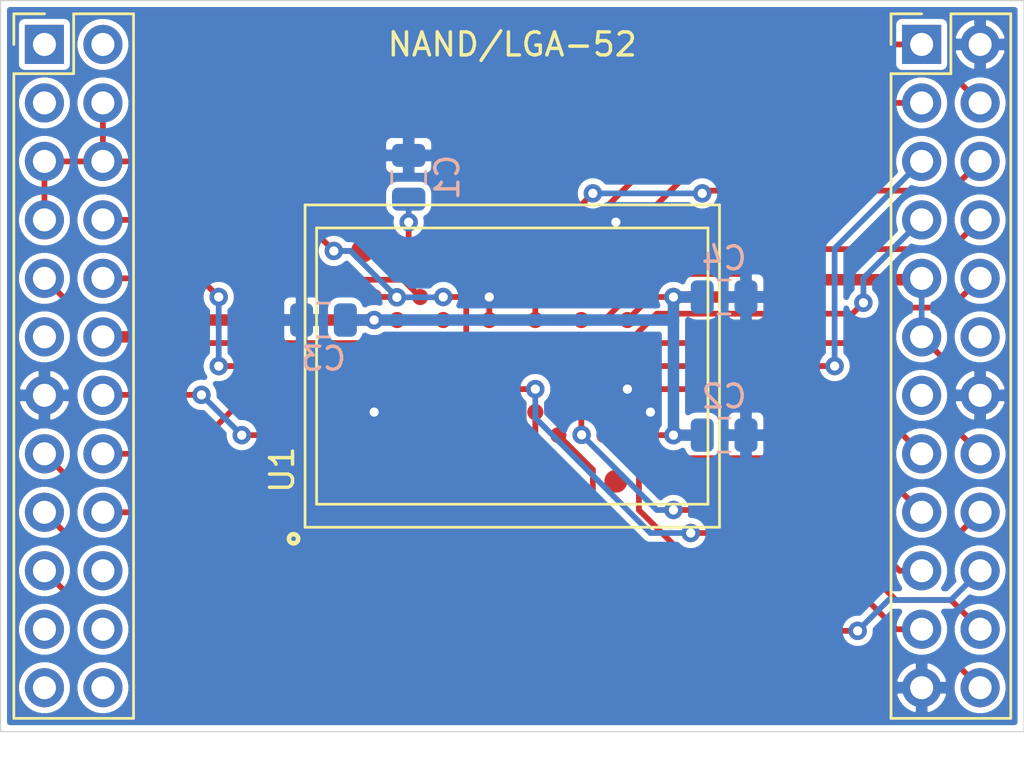
<source format=kicad_pcb>
(kicad_pcb (version 20171130) (host pcbnew "(5.1.8)-1")

  (general
    (thickness 1.6)
    (drawings 5)
    (tracks 188)
    (zones 0)
    (modules 7)
    (nets 30)
  )

  (page A4)
  (layers
    (0 F.Cu signal)
    (31 B.Cu signal)
    (32 B.Adhes user)
    (33 F.Adhes user)
    (34 B.Paste user)
    (35 F.Paste user)
    (36 B.SilkS user)
    (37 F.SilkS user)
    (38 B.Mask user)
    (39 F.Mask user)
    (40 Dwgs.User user)
    (41 Cmts.User user)
    (42 Eco1.User user)
    (43 Eco2.User user)
    (44 Edge.Cuts user)
    (45 Margin user)
    (46 B.CrtYd user)
    (47 F.CrtYd user)
    (48 B.Fab user)
    (49 F.Fab user)
  )

  (setup
    (last_trace_width 0.25)
    (trace_clearance 0.2)
    (zone_clearance 0.508)
    (zone_45_only no)
    (trace_min 0.2)
    (via_size 0.8)
    (via_drill 0.4)
    (via_min_size 0.4)
    (via_min_drill 0.3)
    (uvia_size 0.3)
    (uvia_drill 0.1)
    (uvias_allowed no)
    (uvia_min_size 0.2)
    (uvia_min_drill 0.1)
    (edge_width 0.05)
    (segment_width 0.2)
    (pcb_text_width 0.3)
    (pcb_text_size 1.5 1.5)
    (mod_edge_width 0.12)
    (mod_text_size 1 1)
    (mod_text_width 0.15)
    (pad_size 1.524 1.524)
    (pad_drill 0.762)
    (pad_to_mask_clearance 0)
    (aux_axis_origin 0 0)
    (grid_origin 147.32 90.17)
    (visible_elements 7FFFFFFF)
    (pcbplotparams
      (layerselection 0x010fc_ffffffff)
      (usegerberextensions false)
      (usegerberattributes true)
      (usegerberadvancedattributes true)
      (creategerberjobfile true)
      (excludeedgelayer true)
      (linewidth 0.100000)
      (plotframeref false)
      (viasonmask false)
      (mode 1)
      (useauxorigin false)
      (hpglpennumber 1)
      (hpglpenspeed 20)
      (hpglpendiameter 15.000000)
      (psnegative false)
      (psa4output false)
      (plotreference true)
      (plotvalue true)
      (plotinvisibletext false)
      (padsonsilk false)
      (subtractmaskfromsilk false)
      (outputformat 1)
      (mirror false)
      (drillshape 0)
      (scaleselection 1)
      (outputdirectory "Gerbers"))
  )

  (net 0 "")
  (net 1 GND)
  (net 2 "Net-(C1-Pad1)")
  (net 3 +3V3)
  (net 4 ~WP)
  (net 5 ~WE)
  (net 6 ALE)
  (net 7 CLE)
  (net 8 ~CE3)
  (net 9 ~CE2)
  (net 10 ~CE1)
  (net 11 ~CE0)
  (net 12 ~RE)
  (net 13 R~B)
  (net 14 IO8)
  (net 15 IO10)
  (net 16 IO9)
  (net 17 IO1)
  (net 18 IO0)
  (net 19 IO3)
  (net 20 IO2)
  (net 21 IO11)
  (net 22 IO12)
  (net 23 IO5)
  (net 24 IO4)
  (net 25 IO7)
  (net 26 IO6)
  (net 27 IO14)
  (net 28 IO13)
  (net 29 IO15)

  (net_class Default "This is the default net class."
    (clearance 0.2)
    (trace_width 0.25)
    (via_dia 0.8)
    (via_drill 0.4)
    (uvia_dia 0.3)
    (uvia_drill 0.1)
    (add_net +3V3)
    (add_net ALE)
    (add_net CLE)
    (add_net GND)
    (add_net IO0)
    (add_net IO1)
    (add_net IO10)
    (add_net IO11)
    (add_net IO12)
    (add_net IO13)
    (add_net IO14)
    (add_net IO15)
    (add_net IO2)
    (add_net IO3)
    (add_net IO4)
    (add_net IO5)
    (add_net IO6)
    (add_net IO7)
    (add_net IO8)
    (add_net IO9)
    (add_net "Net-(C1-Pad1)")
    (add_net R~B)
    (add_net ~CE0)
    (add_net ~CE1)
    (add_net ~CE2)
    (add_net ~CE3)
    (add_net ~RE)
    (add_net ~WE)
    (add_net ~WP)
  )

  (module Memory:LGA52C100P7X13_UNI (layer F.Cu) (tedit 6027CF83) (tstamp 602EE79F)
    (at 147.32 90.17 90)
    (path /6030D479)
    (fp_text reference U1 (at -4.5 -10 90) (layer F.SilkS)
      (effects (font (size 1 1) (thickness 0.15)))
    )
    (fp_text value Generic_ONFI_NAND_LGA52 (at 0 10.25 90) (layer F.Fab)
      (effects (font (size 1 1) (thickness 0.15)))
    )
    (fp_line (start -6 8.5) (end -6 -8.5) (layer F.SilkS) (width 0.12))
    (fp_line (start 6 8.5) (end -6 8.5) (layer F.SilkS) (width 0.12))
    (fp_line (start 6 -8.5) (end 6 8.5) (layer F.SilkS) (width 0.12))
    (fp_line (start -6 -8.5) (end 6 -8.5) (layer F.SilkS) (width 0.12))
    (fp_line (start -7.25 -9.25) (end 7.25 -9.25) (layer F.CrtYd) (width 0.12))
    (fp_line (start -7.25 9.25) (end -7.25 -9.25) (layer F.CrtYd) (width 0.12))
    (fp_line (start 7.25 9.25) (end -7.25 9.25) (layer F.CrtYd) (width 0.12))
    (fp_line (start 7.25 -9.25) (end 7.25 9.25) (layer F.CrtYd) (width 0.12))
    (fp_circle (center -7.5 -9.5) (end -7.3 -9.5) (layer F.SilkS) (width 0.2))
    (fp_line (start -7 9) (end -7 -9) (layer F.SilkS) (width 0.12))
    (fp_line (start 7 9) (end -7 9) (layer F.SilkS) (width 0.12))
    (fp_line (start 7 -9) (end 7 9) (layer F.SilkS) (width 0.12))
    (fp_line (start -7 -9) (end 7 -9) (layer F.SilkS) (width 0.12))
    (pad OF0 smd circle (at -5 6.5 90) (size 1 1) (layers F.Cu F.Paste F.Mask))
    (pad OE0 smd circle (at -5 4.5 90) (size 1 1) (layers F.Cu F.Paste F.Mask))
    (pad OD0 smd circle (at -5 2.5 90) (size 1 1) (layers F.Cu F.Paste F.Mask))
    (pad OA0 smd circle (at -5 -6.5 90) (size 1 1) (layers F.Cu F.Paste F.Mask)
      (net 8 ~CE3))
    (pad OB0 smd circle (at -5 -4.5 90) (size 1 1) (layers F.Cu F.Paste F.Mask))
    (pad OC0 smd circle (at -5 -2.5 90) (size 1 1) (layers F.Cu F.Paste F.Mask))
    (pad OF8 smd circle (at 5 6.5 90) (size 1 1) (layers F.Cu F.Paste F.Mask))
    (pad OE8 smd circle (at 5 4.5 90) (size 1 1) (layers F.Cu F.Paste F.Mask)
      (net 1 GND))
    (pad OA8 smd circle (at 5 -6.5 90) (size 1 1) (layers F.Cu F.Paste F.Mask)
      (net 13 R~B))
    (pad OB8 smd circle (at 5 -4.5 90) (size 1 1) (layers F.Cu F.Paste F.Mask)
      (net 2 "Net-(C1-Pad1)"))
    (pad OD8 smd circle (at 5 2.5 90) (size 1 1) (layers F.Cu F.Paste F.Mask))
    (pad OC8 smd circle (at 5 -2.5 90) (size 1 1) (layers F.Cu F.Paste F.Mask))
    (pad N3 smd circle (at -1 6 90) (size 0.7 0.7) (layers F.Cu F.Paste F.Mask)
      (net 21 IO11))
    (pad N1 smd circle (at -3 6 90) (size 0.7 0.7) (layers F.Cu F.Paste F.Mask)
      (net 3 +3V3))
    (pad M2 smd circle (at -2 5 90) (size 0.7 0.7) (layers F.Cu F.Paste F.Mask)
      (net 1 GND))
    (pad L3 smd circle (at -1 4 90) (size 0.7 0.7) (layers F.Cu F.Paste F.Mask)
      (net 1 GND))
    (pad L1 smd circle (at -3 4 90) (size 0.7 0.7) (layers F.Cu F.Paste F.Mask)
      (net 15 IO10))
    (pad K2 smd circle (at -2 3 90) (size 0.7 0.7) (layers F.Cu F.Paste F.Mask)
      (net 19 IO3))
    (pad J3 smd circle (at -1 2 90) (size 0.7 0.7) (layers F.Cu F.Paste F.Mask)
      (net 20 IO2))
    (pad J1 smd circle (at -3 2 90) (size 0.7 0.7) (layers F.Cu F.Paste F.Mask)
      (net 16 IO9))
    (pad H2 smd circle (at -2 1 90) (size 0.7 0.7) (layers F.Cu F.Paste F.Mask)
      (net 17 IO1))
    (pad A1 smd circle (at -3 -6 90) (size 0.7 0.7) (layers F.Cu F.Paste F.Mask)
      (net 9 ~CE2))
    (pad A3 smd circle (at -1 -6 90) (size 0.7 0.7) (layers F.Cu F.Paste F.Mask)
      (net 7 CLE))
    (pad B2 smd circle (at -2 -5 90) (size 0.7 0.7) (layers F.Cu F.Paste F.Mask)
      (net 1 GND))
    (pad C3 smd circle (at -1 -4 90) (size 0.7 0.7) (layers F.Cu F.Paste F.Mask))
    (pad C1 smd circle (at -3 -4 90) (size 0.7 0.7) (layers F.Cu F.Paste F.Mask)
      (net 6 ALE))
    (pad D2 smd circle (at -2 -3 90) (size 0.7 0.7) (layers F.Cu F.Paste F.Mask))
    (pad E3 smd circle (at -1 -2 90) (size 0.7 0.7) (layers F.Cu F.Paste F.Mask)
      (net 5 ~WE))
    (pad E1 smd circle (at -3 -2 90) (size 0.7 0.7) (layers F.Cu F.Paste F.Mask))
    (pad A7 smd circle (at 3 -6 90) (size 0.7 0.7) (layers F.Cu F.Paste F.Mask)
      (net 13 R~B))
    (pad A5 smd circle (at 1 -6 90) (size 0.7 0.7) (layers F.Cu F.Paste F.Mask)
      (net 11 ~CE0))
    (pad B6 smd circle (at 2 -5 90) (size 0.7 0.7) (layers F.Cu F.Paste F.Mask)
      (net 3 +3V3))
    (pad C5 smd circle (at 1 -4 90) (size 0.7 0.7) (layers F.Cu F.Paste F.Mask)
      (net 10 ~CE1))
    (pad C7 smd circle (at 3 -4 90) (size 0.7 0.7) (layers F.Cu F.Paste F.Mask)
      (net 12 ~RE))
    (pad D6 smd circle (at 2 -3 90) (size 0.7 0.7) (layers F.Cu F.Paste F.Mask))
    (pad E7 smd circle (at 3 -2 90) (size 0.7 0.7) (layers F.Cu F.Paste F.Mask)
      (net 13 R~B))
    (pad J7 smd circle (at 3 2 90) (size 0.7 0.7) (layers F.Cu F.Paste F.Mask)
      (net 27 IO14))
    (pad L7 smd circle (at 3 4 90) (size 0.7 0.7) (layers F.Cu F.Paste F.Mask)
      (net 28 IO13))
    (pad N7 smd circle (at 3 6 90) (size 0.7 0.7) (layers F.Cu F.Paste F.Mask)
      (net 3 +3V3))
    (pad N5 smd circle (at 1 6 90) (size 0.7 0.7) (layers F.Cu F.Paste F.Mask)
      (net 22 IO12))
    (pad M6 smd circle (at 2 5 90) (size 0.7 0.7) (layers F.Cu F.Paste F.Mask)
      (net 3 +3V3))
    (pad L5 smd circle (at 1 4 90) (size 0.7 0.7) (layers F.Cu F.Paste F.Mask)
      (net 24 IO4))
    (pad K6 smd circle (at 2 3 90) (size 0.7 0.7) (layers F.Cu F.Paste F.Mask)
      (net 23 IO5))
    (pad J5 smd circle (at 1 2 90) (size 0.7 0.7) (layers F.Cu F.Paste F.Mask)
      (net 26 IO6))
    (pad E5 smd circle (at 1 -2 90) (size 0.7 0.7) (layers F.Cu F.Paste F.Mask)
      (net 13 R~B))
    (pad H6 smd circle (at 2 1 90) (size 0.7 0.7) (layers F.Cu F.Paste F.Mask)
      (net 25 IO7))
    (pad G7 smd circle (at 3 0 90) (size 0.7 0.7) (layers F.Cu F.Paste F.Mask)
      (net 29 IO15))
    (pad F6 smd circle (at 2 -1 90) (size 0.7 0.7) (layers F.Cu F.Paste F.Mask)
      (net 1 GND))
    (pad G1 smd circle (at -3 0 90) (size 0.7 0.7) (layers F.Cu F.Paste F.Mask)
      (net 14 IO8))
    (pad F2 smd circle (at -2 -1 90) (size 0.7 0.7) (layers F.Cu F.Paste F.Mask)
      (net 4 ~WP))
    (pad G3 smd circle (at -1 0 90) (size 0.7 0.7) (layers F.Cu F.Paste F.Mask)
      (net 18 IO0))
    (pad G5 smd circle (at 1 0 90) (size 0.7 0.7) (layers F.Cu F.Paste F.Mask))
  )

  (module Connector_PinHeader_2.54mm:PinHeader_2x12_P2.54mm_Vertical (layer F.Cu) (tedit 59FED5CC) (tstamp 602EE75A)
    (at 165.1 76.2)
    (descr "Through hole straight pin header, 2x12, 2.54mm pitch, double rows")
    (tags "Through hole pin header THT 2x12 2.54mm double row")
    (path /6032A927)
    (fp_text reference J2 (at 1.27 -2.33) (layer F.SilkS) hide
      (effects (font (size 1 1) (thickness 0.15)))
    )
    (fp_text value Right (at 1.27 30.27) (layer F.Fab)
      (effects (font (size 1 1) (thickness 0.15)))
    )
    (fp_line (start 4.35 -1.8) (end -1.8 -1.8) (layer F.CrtYd) (width 0.05))
    (fp_line (start 4.35 29.75) (end 4.35 -1.8) (layer F.CrtYd) (width 0.05))
    (fp_line (start -1.8 29.75) (end 4.35 29.75) (layer F.CrtYd) (width 0.05))
    (fp_line (start -1.8 -1.8) (end -1.8 29.75) (layer F.CrtYd) (width 0.05))
    (fp_line (start -1.33 -1.33) (end 0 -1.33) (layer F.SilkS) (width 0.12))
    (fp_line (start -1.33 0) (end -1.33 -1.33) (layer F.SilkS) (width 0.12))
    (fp_line (start 1.27 -1.33) (end 3.87 -1.33) (layer F.SilkS) (width 0.12))
    (fp_line (start 1.27 1.27) (end 1.27 -1.33) (layer F.SilkS) (width 0.12))
    (fp_line (start -1.33 1.27) (end 1.27 1.27) (layer F.SilkS) (width 0.12))
    (fp_line (start 3.87 -1.33) (end 3.87 29.27) (layer F.SilkS) (width 0.12))
    (fp_line (start -1.33 1.27) (end -1.33 29.27) (layer F.SilkS) (width 0.12))
    (fp_line (start -1.33 29.27) (end 3.87 29.27) (layer F.SilkS) (width 0.12))
    (fp_line (start -1.27 0) (end 0 -1.27) (layer F.Fab) (width 0.1))
    (fp_line (start -1.27 29.21) (end -1.27 0) (layer F.Fab) (width 0.1))
    (fp_line (start 3.81 29.21) (end -1.27 29.21) (layer F.Fab) (width 0.1))
    (fp_line (start 3.81 -1.27) (end 3.81 29.21) (layer F.Fab) (width 0.1))
    (fp_line (start 0 -1.27) (end 3.81 -1.27) (layer F.Fab) (width 0.1))
    (fp_text user %R (at 1.27 13.97 90) (layer F.Fab)
      (effects (font (size 1 1) (thickness 0.15)))
    )
    (pad 24 thru_hole oval (at 2.54 27.94) (size 1.7 1.7) (drill 1) (layers *.Cu *.Mask)
      (net 14 IO8))
    (pad 23 thru_hole oval (at 0 27.94) (size 1.7 1.7) (drill 1) (layers *.Cu *.Mask)
      (net 1 GND))
    (pad 22 thru_hole oval (at 2.54 25.4) (size 1.7 1.7) (drill 1) (layers *.Cu *.Mask)
      (net 15 IO10))
    (pad 21 thru_hole oval (at 0 25.4) (size 1.7 1.7) (drill 1) (layers *.Cu *.Mask)
      (net 16 IO9))
    (pad 20 thru_hole oval (at 2.54 22.86) (size 1.7 1.7) (drill 1) (layers *.Cu *.Mask)
      (net 17 IO1))
    (pad 19 thru_hole oval (at 0 22.86) (size 1.7 1.7) (drill 1) (layers *.Cu *.Mask)
      (net 18 IO0))
    (pad 18 thru_hole oval (at 2.54 20.32) (size 1.7 1.7) (drill 1) (layers *.Cu *.Mask)
      (net 19 IO3))
    (pad 17 thru_hole oval (at 0 20.32) (size 1.7 1.7) (drill 1) (layers *.Cu *.Mask)
      (net 20 IO2))
    (pad 16 thru_hole oval (at 2.54 17.78) (size 1.7 1.7) (drill 1) (layers *.Cu *.Mask)
      (net 3 +3V3))
    (pad 15 thru_hole oval (at 0 17.78) (size 1.7 1.7) (drill 1) (layers *.Cu *.Mask)
      (net 21 IO11))
    (pad 14 thru_hole oval (at 2.54 15.24) (size 1.7 1.7) (drill 1) (layers *.Cu *.Mask)
      (net 1 GND))
    (pad 13 thru_hole oval (at 0 15.24) (size 1.7 1.7) (drill 1) (layers *.Cu *.Mask))
    (pad 12 thru_hole oval (at 2.54 12.7) (size 1.7 1.7) (drill 1) (layers *.Cu *.Mask))
    (pad 11 thru_hole oval (at 0 12.7) (size 1.7 1.7) (drill 1) (layers *.Cu *.Mask)
      (net 3 +3V3))
    (pad 10 thru_hole oval (at 2.54 10.16) (size 1.7 1.7) (drill 1) (layers *.Cu *.Mask)
      (net 22 IO12))
    (pad 9 thru_hole oval (at 0 10.16) (size 1.7 1.7) (drill 1) (layers *.Cu *.Mask)
      (net 3 +3V3))
    (pad 8 thru_hole oval (at 2.54 7.62) (size 1.7 1.7) (drill 1) (layers *.Cu *.Mask)
      (net 23 IO5))
    (pad 7 thru_hole oval (at 0 7.62) (size 1.7 1.7) (drill 1) (layers *.Cu *.Mask)
      (net 24 IO4))
    (pad 6 thru_hole oval (at 2.54 5.08) (size 1.7 1.7) (drill 1) (layers *.Cu *.Mask)
      (net 25 IO7))
    (pad 5 thru_hole oval (at 0 5.08) (size 1.7 1.7) (drill 1) (layers *.Cu *.Mask)
      (net 26 IO6))
    (pad 4 thru_hole oval (at 2.54 2.54) (size 1.7 1.7) (drill 1) (layers *.Cu *.Mask)
      (net 27 IO14))
    (pad 3 thru_hole oval (at 0 2.54) (size 1.7 1.7) (drill 1) (layers *.Cu *.Mask)
      (net 28 IO13))
    (pad 2 thru_hole oval (at 2.54 0) (size 1.7 1.7) (drill 1) (layers *.Cu *.Mask)
      (net 1 GND))
    (pad 1 thru_hole rect (at 0 0) (size 1.7 1.7) (drill 1) (layers *.Cu *.Mask)
      (net 29 IO15))
    (model ${KISYS3DMOD}/Connector_PinHeader_2.54mm.3dshapes/PinHeader_2x12_P2.54mm_Vertical.wrl
      (at (xyz 0 0 0))
      (scale (xyz 1 1 1))
      (rotate (xyz 0 0 0))
    )
  )

  (module Connector_PinHeader_2.54mm:PinHeader_2x12_P2.54mm_Vertical (layer F.Cu) (tedit 59FED5CC) (tstamp 602EE72C)
    (at 127 76.2)
    (descr "Through hole straight pin header, 2x12, 2.54mm pitch, double rows")
    (tags "Through hole pin header THT 2x12 2.54mm double row")
    (path /60329BE1)
    (fp_text reference J1 (at 1.27 -2.33) (layer F.SilkS) hide
      (effects (font (size 1 1) (thickness 0.15)))
    )
    (fp_text value Left (at 1.27 30.27) (layer F.Fab)
      (effects (font (size 1 1) (thickness 0.15)))
    )
    (fp_line (start 4.35 -1.8) (end -1.8 -1.8) (layer F.CrtYd) (width 0.05))
    (fp_line (start 4.35 29.75) (end 4.35 -1.8) (layer F.CrtYd) (width 0.05))
    (fp_line (start -1.8 29.75) (end 4.35 29.75) (layer F.CrtYd) (width 0.05))
    (fp_line (start -1.8 -1.8) (end -1.8 29.75) (layer F.CrtYd) (width 0.05))
    (fp_line (start -1.33 -1.33) (end 0 -1.33) (layer F.SilkS) (width 0.12))
    (fp_line (start -1.33 0) (end -1.33 -1.33) (layer F.SilkS) (width 0.12))
    (fp_line (start 1.27 -1.33) (end 3.87 -1.33) (layer F.SilkS) (width 0.12))
    (fp_line (start 1.27 1.27) (end 1.27 -1.33) (layer F.SilkS) (width 0.12))
    (fp_line (start -1.33 1.27) (end 1.27 1.27) (layer F.SilkS) (width 0.12))
    (fp_line (start 3.87 -1.33) (end 3.87 29.27) (layer F.SilkS) (width 0.12))
    (fp_line (start -1.33 1.27) (end -1.33 29.27) (layer F.SilkS) (width 0.12))
    (fp_line (start -1.33 29.27) (end 3.87 29.27) (layer F.SilkS) (width 0.12))
    (fp_line (start -1.27 0) (end 0 -1.27) (layer F.Fab) (width 0.1))
    (fp_line (start -1.27 29.21) (end -1.27 0) (layer F.Fab) (width 0.1))
    (fp_line (start 3.81 29.21) (end -1.27 29.21) (layer F.Fab) (width 0.1))
    (fp_line (start 3.81 -1.27) (end 3.81 29.21) (layer F.Fab) (width 0.1))
    (fp_line (start 0 -1.27) (end 3.81 -1.27) (layer F.Fab) (width 0.1))
    (fp_text user %R (at 1.27 13.97 90) (layer F.Fab)
      (effects (font (size 1 1) (thickness 0.15)))
    )
    (pad 24 thru_hole oval (at 2.54 27.94) (size 1.7 1.7) (drill 1) (layers *.Cu *.Mask))
    (pad 23 thru_hole oval (at 0 27.94) (size 1.7 1.7) (drill 1) (layers *.Cu *.Mask))
    (pad 22 thru_hole oval (at 2.54 25.4) (size 1.7 1.7) (drill 1) (layers *.Cu *.Mask))
    (pad 21 thru_hole oval (at 0 25.4) (size 1.7 1.7) (drill 1) (layers *.Cu *.Mask))
    (pad 20 thru_hole oval (at 2.54 22.86) (size 1.7 1.7) (drill 1) (layers *.Cu *.Mask))
    (pad 19 thru_hole oval (at 0 22.86) (size 1.7 1.7) (drill 1) (layers *.Cu *.Mask)
      (net 4 ~WP))
    (pad 18 thru_hole oval (at 2.54 20.32) (size 1.7 1.7) (drill 1) (layers *.Cu *.Mask)
      (net 5 ~WE))
    (pad 17 thru_hole oval (at 0 20.32) (size 1.7 1.7) (drill 1) (layers *.Cu *.Mask)
      (net 6 ALE))
    (pad 16 thru_hole oval (at 2.54 17.78) (size 1.7 1.7) (drill 1) (layers *.Cu *.Mask)
      (net 7 CLE))
    (pad 15 thru_hole oval (at 0 17.78) (size 1.7 1.7) (drill 1) (layers *.Cu *.Mask)
      (net 8 ~CE3))
    (pad 14 thru_hole oval (at 2.54 15.24) (size 1.7 1.7) (drill 1) (layers *.Cu *.Mask)
      (net 9 ~CE2))
    (pad 13 thru_hole oval (at 0 15.24) (size 1.7 1.7) (drill 1) (layers *.Cu *.Mask)
      (net 1 GND))
    (pad 12 thru_hole oval (at 2.54 12.7) (size 1.7 1.7) (drill 1) (layers *.Cu *.Mask)
      (net 3 +3V3))
    (pad 11 thru_hole oval (at 0 12.7) (size 1.7 1.7) (drill 1) (layers *.Cu *.Mask))
    (pad 10 thru_hole oval (at 2.54 10.16) (size 1.7 1.7) (drill 1) (layers *.Cu *.Mask)
      (net 10 ~CE1))
    (pad 9 thru_hole oval (at 0 10.16) (size 1.7 1.7) (drill 1) (layers *.Cu *.Mask)
      (net 11 ~CE0))
    (pad 8 thru_hole oval (at 2.54 7.62) (size 1.7 1.7) (drill 1) (layers *.Cu *.Mask)
      (net 12 ~RE))
    (pad 7 thru_hole oval (at 0 7.62) (size 1.7 1.7) (drill 1) (layers *.Cu *.Mask)
      (net 13 R~B))
    (pad 6 thru_hole oval (at 2.54 5.08) (size 1.7 1.7) (drill 1) (layers *.Cu *.Mask)
      (net 13 R~B))
    (pad 5 thru_hole oval (at 0 5.08) (size 1.7 1.7) (drill 1) (layers *.Cu *.Mask)
      (net 13 R~B))
    (pad 4 thru_hole oval (at 2.54 2.54) (size 1.7 1.7) (drill 1) (layers *.Cu *.Mask)
      (net 13 R~B))
    (pad 3 thru_hole oval (at 0 2.54) (size 1.7 1.7) (drill 1) (layers *.Cu *.Mask))
    (pad 2 thru_hole oval (at 2.54 0) (size 1.7 1.7) (drill 1) (layers *.Cu *.Mask))
    (pad 1 thru_hole rect (at 0 0) (size 1.7 1.7) (drill 1) (layers *.Cu *.Mask))
    (model ${KISYS3DMOD}/Connector_PinHeader_2.54mm.3dshapes/PinHeader_2x12_P2.54mm_Vertical.wrl
      (at (xyz 0 0 0))
      (scale (xyz 1 1 1))
      (rotate (xyz 0 0 0))
    )
  )

  (module Capacitor_SMD:C_0805_2012Metric (layer B.Cu) (tedit 5F68FEEE) (tstamp 602EE6ED)
    (at 156.52 87.17 180)
    (descr "Capacitor SMD 0805 (2012 Metric), square (rectangular) end terminal, IPC_7351 nominal, (Body size source: IPC-SM-782 page 76, https://www.pcb-3d.com/wordpress/wp-content/uploads/ipc-sm-782a_amendment_1_and_2.pdf, https://docs.google.com/spreadsheets/d/1BsfQQcO9C6DZCsRaXUlFlo91Tg2WpOkGARC1WS5S8t0/edit?usp=sharing), generated with kicad-footprint-generator")
    (tags capacitor)
    (path /602EFBBE)
    (attr smd)
    (fp_text reference C4 (at 0 1.68) (layer B.SilkS)
      (effects (font (size 1 1) (thickness 0.15)) (justify mirror))
    )
    (fp_text value 100n (at 0 -1.68) (layer B.Fab)
      (effects (font (size 1 1) (thickness 0.15)) (justify mirror))
    )
    (fp_line (start 1.7 -0.98) (end -1.7 -0.98) (layer B.CrtYd) (width 0.05))
    (fp_line (start 1.7 0.98) (end 1.7 -0.98) (layer B.CrtYd) (width 0.05))
    (fp_line (start -1.7 0.98) (end 1.7 0.98) (layer B.CrtYd) (width 0.05))
    (fp_line (start -1.7 -0.98) (end -1.7 0.98) (layer B.CrtYd) (width 0.05))
    (fp_line (start -0.261252 -0.735) (end 0.261252 -0.735) (layer B.SilkS) (width 0.12))
    (fp_line (start -0.261252 0.735) (end 0.261252 0.735) (layer B.SilkS) (width 0.12))
    (fp_line (start 1 -0.625) (end -1 -0.625) (layer B.Fab) (width 0.1))
    (fp_line (start 1 0.625) (end 1 -0.625) (layer B.Fab) (width 0.1))
    (fp_line (start -1 0.625) (end 1 0.625) (layer B.Fab) (width 0.1))
    (fp_line (start -1 -0.625) (end -1 0.625) (layer B.Fab) (width 0.1))
    (fp_text user %R (at 0 0) (layer B.Fab)
      (effects (font (size 0.5 0.5) (thickness 0.08)) (justify mirror))
    )
    (pad 2 smd roundrect (at 0.95 0 180) (size 1 1.45) (layers B.Cu B.Paste B.Mask) (roundrect_rratio 0.25)
      (net 3 +3V3))
    (pad 1 smd roundrect (at -0.95 0 180) (size 1 1.45) (layers B.Cu B.Paste B.Mask) (roundrect_rratio 0.25)
      (net 1 GND))
    (model ${KISYS3DMOD}/Capacitor_SMD.3dshapes/C_0805_2012Metric.wrl
      (at (xyz 0 0 0))
      (scale (xyz 1 1 1))
      (rotate (xyz 0 0 0))
    )
  )

  (module Capacitor_SMD:C_0805_2012Metric (layer B.Cu) (tedit 5F68FEEE) (tstamp 602EE6DC)
    (at 139.12 88.17)
    (descr "Capacitor SMD 0805 (2012 Metric), square (rectangular) end terminal, IPC_7351 nominal, (Body size source: IPC-SM-782 page 76, https://www.pcb-3d.com/wordpress/wp-content/uploads/ipc-sm-782a_amendment_1_and_2.pdf, https://docs.google.com/spreadsheets/d/1BsfQQcO9C6DZCsRaXUlFlo91Tg2WpOkGARC1WS5S8t0/edit?usp=sharing), generated with kicad-footprint-generator")
    (tags capacitor)
    (path /6029192A)
    (attr smd)
    (fp_text reference C3 (at 0 1.68) (layer B.SilkS)
      (effects (font (size 1 1) (thickness 0.15)) (justify mirror))
    )
    (fp_text value 100n (at 0 -1.68) (layer B.Fab)
      (effects (font (size 1 1) (thickness 0.15)) (justify mirror))
    )
    (fp_line (start 1.7 -0.98) (end -1.7 -0.98) (layer B.CrtYd) (width 0.05))
    (fp_line (start 1.7 0.98) (end 1.7 -0.98) (layer B.CrtYd) (width 0.05))
    (fp_line (start -1.7 0.98) (end 1.7 0.98) (layer B.CrtYd) (width 0.05))
    (fp_line (start -1.7 -0.98) (end -1.7 0.98) (layer B.CrtYd) (width 0.05))
    (fp_line (start -0.261252 -0.735) (end 0.261252 -0.735) (layer B.SilkS) (width 0.12))
    (fp_line (start -0.261252 0.735) (end 0.261252 0.735) (layer B.SilkS) (width 0.12))
    (fp_line (start 1 -0.625) (end -1 -0.625) (layer B.Fab) (width 0.1))
    (fp_line (start 1 0.625) (end 1 -0.625) (layer B.Fab) (width 0.1))
    (fp_line (start -1 0.625) (end 1 0.625) (layer B.Fab) (width 0.1))
    (fp_line (start -1 -0.625) (end -1 0.625) (layer B.Fab) (width 0.1))
    (fp_text user %R (at 0 0) (layer B.Fab)
      (effects (font (size 0.5 0.5) (thickness 0.08)) (justify mirror))
    )
    (pad 2 smd roundrect (at 0.95 0) (size 1 1.45) (layers B.Cu B.Paste B.Mask) (roundrect_rratio 0.25)
      (net 3 +3V3))
    (pad 1 smd roundrect (at -0.95 0) (size 1 1.45) (layers B.Cu B.Paste B.Mask) (roundrect_rratio 0.25)
      (net 1 GND))
    (model ${KISYS3DMOD}/Capacitor_SMD.3dshapes/C_0805_2012Metric.wrl
      (at (xyz 0 0 0))
      (scale (xyz 1 1 1))
      (rotate (xyz 0 0 0))
    )
  )

  (module Capacitor_SMD:C_0805_2012Metric (layer B.Cu) (tedit 5F68FEEE) (tstamp 602EE6CB)
    (at 156.52 93.17 180)
    (descr "Capacitor SMD 0805 (2012 Metric), square (rectangular) end terminal, IPC_7351 nominal, (Body size source: IPC-SM-782 page 76, https://www.pcb-3d.com/wordpress/wp-content/uploads/ipc-sm-782a_amendment_1_and_2.pdf, https://docs.google.com/spreadsheets/d/1BsfQQcO9C6DZCsRaXUlFlo91Tg2WpOkGARC1WS5S8t0/edit?usp=sharing), generated with kicad-footprint-generator")
    (tags capacitor)
    (path /602914E1)
    (attr smd)
    (fp_text reference C2 (at 0 1.68) (layer B.SilkS)
      (effects (font (size 1 1) (thickness 0.15)) (justify mirror))
    )
    (fp_text value 100n (at 0 -1.68) (layer B.Fab)
      (effects (font (size 1 1) (thickness 0.15)) (justify mirror))
    )
    (fp_line (start 1.7 -0.98) (end -1.7 -0.98) (layer B.CrtYd) (width 0.05))
    (fp_line (start 1.7 0.98) (end 1.7 -0.98) (layer B.CrtYd) (width 0.05))
    (fp_line (start -1.7 0.98) (end 1.7 0.98) (layer B.CrtYd) (width 0.05))
    (fp_line (start -1.7 -0.98) (end -1.7 0.98) (layer B.CrtYd) (width 0.05))
    (fp_line (start -0.261252 -0.735) (end 0.261252 -0.735) (layer B.SilkS) (width 0.12))
    (fp_line (start -0.261252 0.735) (end 0.261252 0.735) (layer B.SilkS) (width 0.12))
    (fp_line (start 1 -0.625) (end -1 -0.625) (layer B.Fab) (width 0.1))
    (fp_line (start 1 0.625) (end 1 -0.625) (layer B.Fab) (width 0.1))
    (fp_line (start -1 0.625) (end 1 0.625) (layer B.Fab) (width 0.1))
    (fp_line (start -1 -0.625) (end -1 0.625) (layer B.Fab) (width 0.1))
    (fp_text user %R (at 0 0) (layer B.Fab)
      (effects (font (size 0.5 0.5) (thickness 0.08)) (justify mirror))
    )
    (pad 2 smd roundrect (at 0.95 0 180) (size 1 1.45) (layers B.Cu B.Paste B.Mask) (roundrect_rratio 0.25)
      (net 3 +3V3))
    (pad 1 smd roundrect (at -0.95 0 180) (size 1 1.45) (layers B.Cu B.Paste B.Mask) (roundrect_rratio 0.25)
      (net 1 GND))
    (model ${KISYS3DMOD}/Capacitor_SMD.3dshapes/C_0805_2012Metric.wrl
      (at (xyz 0 0 0))
      (scale (xyz 1 1 1))
      (rotate (xyz 0 0 0))
    )
  )

  (module Capacitor_SMD:C_0805_2012Metric (layer B.Cu) (tedit 5F68FEEE) (tstamp 602EE6BA)
    (at 142.82 81.97 90)
    (descr "Capacitor SMD 0805 (2012 Metric), square (rectangular) end terminal, IPC_7351 nominal, (Body size source: IPC-SM-782 page 76, https://www.pcb-3d.com/wordpress/wp-content/uploads/ipc-sm-782a_amendment_1_and_2.pdf, https://docs.google.com/spreadsheets/d/1BsfQQcO9C6DZCsRaXUlFlo91Tg2WpOkGARC1WS5S8t0/edit?usp=sharing), generated with kicad-footprint-generator")
    (tags capacitor)
    (path /602F0D49)
    (attr smd)
    (fp_text reference C1 (at 0 1.68 90) (layer B.SilkS)
      (effects (font (size 1 1) (thickness 0.15)) (justify mirror))
    )
    (fp_text value 100n (at 0 -1.68 90) (layer B.Fab)
      (effects (font (size 1 1) (thickness 0.15)) (justify mirror))
    )
    (fp_line (start 1.7 -0.98) (end -1.7 -0.98) (layer B.CrtYd) (width 0.05))
    (fp_line (start 1.7 0.98) (end 1.7 -0.98) (layer B.CrtYd) (width 0.05))
    (fp_line (start -1.7 0.98) (end 1.7 0.98) (layer B.CrtYd) (width 0.05))
    (fp_line (start -1.7 -0.98) (end -1.7 0.98) (layer B.CrtYd) (width 0.05))
    (fp_line (start -0.261252 -0.735) (end 0.261252 -0.735) (layer B.SilkS) (width 0.12))
    (fp_line (start -0.261252 0.735) (end 0.261252 0.735) (layer B.SilkS) (width 0.12))
    (fp_line (start 1 -0.625) (end -1 -0.625) (layer B.Fab) (width 0.1))
    (fp_line (start 1 0.625) (end 1 -0.625) (layer B.Fab) (width 0.1))
    (fp_line (start -1 0.625) (end 1 0.625) (layer B.Fab) (width 0.1))
    (fp_line (start -1 -0.625) (end -1 0.625) (layer B.Fab) (width 0.1))
    (fp_text user %R (at 0 0 90) (layer B.Fab)
      (effects (font (size 0.5 0.5) (thickness 0.08)) (justify mirror))
    )
    (pad 2 smd roundrect (at 0.95 0 90) (size 1 1.45) (layers B.Cu B.Paste B.Mask) (roundrect_rratio 0.25)
      (net 1 GND))
    (pad 1 smd roundrect (at -0.95 0 90) (size 1 1.45) (layers B.Cu B.Paste B.Mask) (roundrect_rratio 0.25)
      (net 2 "Net-(C1-Pad1)"))
    (model ${KISYS3DMOD}/Capacitor_SMD.3dshapes/C_0805_2012Metric.wrl
      (at (xyz 0 0 0))
      (scale (xyz 1 1 1))
      (rotate (xyz 0 0 0))
    )
  )

  (gr_text NAND/LGA-52 (at 147.32 76.2) (layer F.SilkS)
    (effects (font (size 1 1) (thickness 0.15)))
  )
  (gr_line (start 169.545 74.295) (end 125.095 74.295) (layer Edge.Cuts) (width 0.05) (tstamp 602EE9B8))
  (gr_line (start 169.545 106.045) (end 169.545 74.295) (layer Edge.Cuts) (width 0.05))
  (gr_line (start 125.095 106.045) (end 169.545 106.045) (layer Edge.Cuts) (width 0.05))
  (gr_line (start 125.095 74.295) (end 125.095 106.045) (layer Edge.Cuts) (width 0.05))

  (via (at 146.32 87.17) (size 0.8) (drill 0.4) (layers F.Cu B.Cu) (net 1))
  (segment (start 146.32 88.17) (end 146.32 87.17) (width 0.25) (layer F.Cu) (net 1))
  (via (at 153.32 92.17) (size 0.8) (drill 0.4) (layers F.Cu B.Cu) (net 1))
  (segment (start 152.32 92.17) (end 153.32 92.17) (width 0.25) (layer F.Cu) (net 1))
  (via (at 152.32 91.17) (size 0.8) (drill 0.4) (layers F.Cu B.Cu) (net 1))
  (segment (start 151.32 91.17) (end 152.32 91.17) (width 0.25) (layer F.Cu) (net 1))
  (via (at 151.82 83.92) (size 0.8) (drill 0.4) (layers F.Cu B.Cu) (net 1))
  (segment (start 151.82 85.17) (end 151.82 83.92) (width 0.25) (layer F.Cu) (net 1))
  (via (at 141.319996 92.17) (size 0.8) (drill 0.4) (layers F.Cu B.Cu) (net 1))
  (segment (start 142.32 92.17) (end 141.319996 92.17) (width 0.25) (layer F.Cu) (net 1))
  (via (at 142.82 83.92) (size 0.8) (drill 0.4) (layers F.Cu B.Cu) (net 2))
  (segment (start 142.82 85.17) (end 142.82 83.92) (width 0.25) (layer F.Cu) (net 2))
  (segment (start 142.82 83.92) (end 142.82 82.92) (width 0.25) (layer B.Cu) (net 2))
  (via (at 154.32 87.17) (size 0.8) (drill 0.4) (layers F.Cu B.Cu) (net 3))
  (segment (start 153.32 87.17) (end 154.32 87.17) (width 0.25) (layer F.Cu) (net 3))
  (via (at 141.32 88.17) (size 0.8) (drill 0.4) (layers F.Cu B.Cu) (net 3))
  (segment (start 142.32 88.17) (end 141.32 88.17) (width 0.25) (layer F.Cu) (net 3))
  (via (at 154.32 93.17) (size 0.8) (drill 0.4) (layers F.Cu B.Cu) (net 3))
  (segment (start 153.32 93.17) (end 154.32 93.17) (width 0.25) (layer F.Cu) (net 3))
  (segment (start 152.32 88.17) (end 153.32 87.17) (width 0.25) (layer F.Cu) (net 3))
  (segment (start 141.32 88.17) (end 154.32 88.17) (width 0.5) (layer B.Cu) (net 3))
  (segment (start 154.32 88.17) (end 154.32 87.17) (width 0.5) (layer B.Cu) (net 3))
  (segment (start 154.32 88.17) (end 154.32 93.17) (width 0.5) (layer B.Cu) (net 3))
  (segment (start 154.32 87.17) (end 155.57 87.17) (width 0.5) (layer B.Cu) (net 3))
  (segment (start 141.32 88.17) (end 140.07 88.17) (width 0.5) (layer B.Cu) (net 3))
  (segment (start 154.32 93.17) (end 155.57 93.17) (width 0.5) (layer B.Cu) (net 3))
  (segment (start 132.07 88.17) (end 141.32 88.17) (width 0.5) (layer F.Cu) (net 3))
  (segment (start 129.54 88.9) (end 131.34 88.9) (width 0.5) (layer F.Cu) (net 3))
  (segment (start 131.34 88.9) (end 132.07 88.17) (width 0.5) (layer F.Cu) (net 3))
  (segment (start 160.07 87.17) (end 154.32 87.17) (width 0.5) (layer F.Cu) (net 3))
  (segment (start 165.1 86.36) (end 165.04 86.42) (width 0.5) (layer F.Cu) (net 3))
  (segment (start 165.04 86.42) (end 160.82 86.42) (width 0.5) (layer F.Cu) (net 3))
  (segment (start 160.82 86.42) (end 160.07 87.17) (width 0.5) (layer F.Cu) (net 3))
  (segment (start 165.1 88.9) (end 165.1 86.36) (width 0.25) (layer B.Cu) (net 3))
  (segment (start 166.37 90.17) (end 165.1 88.9) (width 0.25) (layer F.Cu) (net 3))
  (segment (start 166.37 92.71) (end 166.37 90.17) (width 0.25) (layer F.Cu) (net 3))
  (segment (start 167.64 93.98) (end 166.37 92.71) (width 0.25) (layer F.Cu) (net 3))
  (segment (start 141.16 100.33) (end 128.27 100.33) (width 0.25) (layer F.Cu) (net 4))
  (segment (start 146.32 95.17) (end 141.16 100.33) (width 0.25) (layer F.Cu) (net 4))
  (segment (start 128.27 100.33) (end 127 99.06) (width 0.25) (layer F.Cu) (net 4))
  (segment (start 146.32 92.17) (end 146.32 95.17) (width 0.25) (layer F.Cu) (net 4))
  (segment (start 141.82 93.670998) (end 144.320998 91.17) (width 0.25) (layer F.Cu) (net 5))
  (segment (start 141.82 95.655501) (end 141.82 93.670998) (width 0.25) (layer F.Cu) (net 5))
  (segment (start 144.320998 91.17) (end 145.32 91.17) (width 0.25) (layer F.Cu) (net 5))
  (segment (start 140.955501 96.52) (end 141.82 95.655501) (width 0.25) (layer F.Cu) (net 5))
  (segment (start 129.54 96.52) (end 140.955501 96.52) (width 0.25) (layer F.Cu) (net 5))
  (segment (start 143.82 93.67) (end 143.32 93.17) (width 0.25) (layer F.Cu) (net 6))
  (segment (start 143.82 95.67) (end 143.82 93.67) (width 0.25) (layer F.Cu) (net 6))
  (segment (start 141.7 97.79) (end 143.82 95.67) (width 0.25) (layer F.Cu) (net 6))
  (segment (start 128.27 97.79) (end 141.7 97.79) (width 0.25) (layer F.Cu) (net 6))
  (segment (start 127 96.52) (end 128.27 97.79) (width 0.25) (layer F.Cu) (net 6))
  (segment (start 136.07 91.17) (end 141.32 91.17) (width 0.25) (layer F.Cu) (net 7))
  (segment (start 133.26 93.98) (end 136.07 91.17) (width 0.25) (layer F.Cu) (net 7))
  (segment (start 129.54 93.98) (end 133.26 93.98) (width 0.25) (layer F.Cu) (net 7))
  (segment (start 140.74 95.25) (end 140.82 95.17) (width 0.25) (layer F.Cu) (net 8))
  (segment (start 128.27 95.25) (end 140.74 95.25) (width 0.25) (layer F.Cu) (net 8))
  (segment (start 127 93.98) (end 128.27 95.25) (width 0.25) (layer F.Cu) (net 8))
  (via (at 135.57 93.17) (size 0.8) (drill 0.4) (layers F.Cu B.Cu) (net 9))
  (segment (start 141.32 93.17) (end 135.57 93.17) (width 0.25) (layer F.Cu) (net 9))
  (via (at 133.82 91.42) (size 0.8) (drill 0.4) (layers F.Cu B.Cu) (net 9))
  (segment (start 135.57 93.17) (end 133.82 91.42) (width 0.25) (layer B.Cu) (net 9))
  (segment (start 129.56 91.42) (end 129.54 91.44) (width 0.25) (layer F.Cu) (net 9))
  (segment (start 133.82 91.42) (end 129.56 91.42) (width 0.25) (layer F.Cu) (net 9))
  (via (at 134.57 87.17) (size 0.8) (drill 0.4) (layers F.Cu B.Cu) (net 10))
  (segment (start 129.54 86.36) (end 133.76 86.36) (width 0.25) (layer F.Cu) (net 10))
  (segment (start 133.76 86.36) (end 134.57 87.17) (width 0.25) (layer F.Cu) (net 10))
  (via (at 134.57 90.17) (size 0.8) (drill 0.4) (layers F.Cu B.Cu) (net 10))
  (segment (start 134.57 87.17) (end 134.57 90.17) (width 0.25) (layer B.Cu) (net 10))
  (segment (start 143.32 89.17) (end 142.32 90.17) (width 0.25) (layer F.Cu) (net 10))
  (segment (start 142.32 90.17) (end 134.57 90.17) (width 0.25) (layer F.Cu) (net 10))
  (segment (start 128.31 87.67) (end 127 86.36) (width 0.25) (layer F.Cu) (net 11))
  (segment (start 128.31 89.66) (end 128.31 87.67) (width 0.25) (layer F.Cu) (net 11))
  (segment (start 128.82 90.17) (end 128.31 89.66) (width 0.25) (layer F.Cu) (net 11))
  (segment (start 132.57 90.17) (end 128.82 90.17) (width 0.25) (layer F.Cu) (net 11))
  (segment (start 133.57 89.17) (end 132.57 90.17) (width 0.25) (layer F.Cu) (net 11))
  (segment (start 141.32 89.17) (end 133.57 89.17) (width 0.25) (layer F.Cu) (net 11))
  (segment (start 133.47 83.82) (end 129.54 83.82) (width 0.25) (layer F.Cu) (net 12))
  (segment (start 136.07 86.42) (end 133.47 83.82) (width 0.25) (layer F.Cu) (net 12))
  (segment (start 142.57 86.42) (end 136.07 86.42) (width 0.25) (layer F.Cu) (net 12))
  (segment (start 143.32 87.17) (end 142.57 86.42) (width 0.25) (layer F.Cu) (net 12))
  (segment (start 145.32 89.17) (end 145.32 87.17) (width 0.25) (layer F.Cu) (net 13))
  (via (at 142.307347 87.182653) (size 0.8) (drill 0.4) (layers F.Cu B.Cu) (net 13))
  (segment (start 142.294694 87.17) (end 142.307347 87.182653) (width 0.25) (layer F.Cu) (net 13))
  (segment (start 141.32 87.17) (end 142.294694 87.17) (width 0.25) (layer F.Cu) (net 13))
  (via (at 144.32 87.17) (size 0.8) (drill 0.4) (layers F.Cu B.Cu) (net 13))
  (segment (start 144.307347 87.182653) (end 144.32 87.17) (width 0.25) (layer B.Cu) (net 13))
  (segment (start 142.307347 87.182653) (end 144.307347 87.182653) (width 0.25) (layer B.Cu) (net 13))
  (segment (start 144.32 87.17) (end 145.32 87.17) (width 0.25) (layer F.Cu) (net 13))
  (via (at 139.57 85.17) (size 0.8) (drill 0.4) (layers F.Cu B.Cu) (net 13))
  (segment (start 140.82 85.17) (end 139.57 85.17) (width 0.25) (layer F.Cu) (net 13))
  (segment (start 140.294694 85.17) (end 142.307347 87.182653) (width 0.25) (layer B.Cu) (net 13))
  (segment (start 139.57 85.17) (end 140.294694 85.17) (width 0.25) (layer B.Cu) (net 13))
  (segment (start 135.68 81.28) (end 129.54 81.28) (width 0.25) (layer F.Cu) (net 13))
  (segment (start 139.57 85.17) (end 135.68 81.28) (width 0.25) (layer F.Cu) (net 13))
  (segment (start 127 83.82) (end 127 81.28) (width 0.25) (layer F.Cu) (net 13))
  (segment (start 127 81.28) (end 129.54 81.28) (width 0.25) (layer F.Cu) (net 13))
  (segment (start 129.54 81.28) (end 129.54 78.74) (width 0.25) (layer F.Cu) (net 13))
  (segment (start 166.37 102.87) (end 167.64 104.14) (width 0.25) (layer F.Cu) (net 14))
  (segment (start 154.27 102.87) (end 166.37 102.87) (width 0.25) (layer F.Cu) (net 14))
  (segment (start 147.32 95.92) (end 154.27 102.87) (width 0.25) (layer F.Cu) (net 14))
  (segment (start 147.32 93.17) (end 147.32 95.92) (width 0.25) (layer F.Cu) (net 14))
  (segment (start 166.37 100.33) (end 167.64 101.6) (width 0.25) (layer F.Cu) (net 15))
  (segment (start 163.98 100.33) (end 166.37 100.33) (width 0.25) (layer F.Cu) (net 15))
  (segment (start 162.82 99.17) (end 163.98 100.33) (width 0.25) (layer F.Cu) (net 15))
  (segment (start 155.57 99.17) (end 162.82 99.17) (width 0.25) (layer F.Cu) (net 15))
  (segment (start 152.82 96.42) (end 155.57 99.17) (width 0.25) (layer F.Cu) (net 15))
  (segment (start 152.82 94.67) (end 152.82 96.42) (width 0.25) (layer F.Cu) (net 15))
  (segment (start 151.32 93.17) (end 152.82 94.67) (width 0.25) (layer F.Cu) (net 15))
  (segment (start 164 101.6) (end 165.1 101.6) (width 0.25) (layer F.Cu) (net 16))
  (segment (start 162.82 100.42) (end 164 101.6) (width 0.25) (layer F.Cu) (net 16))
  (segment (start 155.32 100.42) (end 162.82 100.42) (width 0.25) (layer F.Cu) (net 16))
  (segment (start 150.82 95.92) (end 155.32 100.42) (width 0.25) (layer F.Cu) (net 16))
  (segment (start 150.82 94.67) (end 150.82 95.92) (width 0.25) (layer F.Cu) (net 16))
  (segment (start 149.32 93.17) (end 150.82 94.67) (width 0.25) (layer F.Cu) (net 16))
  (segment (start 154.754315 101.67) (end 162.32 101.67) (width 0.25) (layer F.Cu) (net 17))
  (segment (start 148.32 95.235685) (end 154.754315 101.67) (width 0.25) (layer F.Cu) (net 17))
  (segment (start 148.32 92.17) (end 148.32 95.235685) (width 0.25) (layer F.Cu) (net 17))
  (via (at 162.32 101.67) (size 0.8) (drill 0.4) (layers F.Cu B.Cu) (net 17))
  (segment (start 163.66 100.33) (end 162.32 101.67) (width 0.25) (layer B.Cu) (net 17))
  (segment (start 166.37 100.33) (end 163.66 100.33) (width 0.25) (layer B.Cu) (net 17))
  (segment (start 167.64 99.06) (end 166.37 100.33) (width 0.25) (layer B.Cu) (net 17))
  (via (at 148.32 91.17) (size 0.8) (drill 0.4) (layers F.Cu B.Cu) (net 18))
  (segment (start 147.32 91.17) (end 148.32 91.17) (width 0.25) (layer F.Cu) (net 18))
  (via (at 155.07 97.42) (size 0.8) (drill 0.4) (layers F.Cu B.Cu) (net 18))
  (segment (start 164.141795 99.06) (end 165.1 99.06) (width 0.25) (layer F.Cu) (net 18))
  (segment (start 162.501795 97.42) (end 164.141795 99.06) (width 0.25) (layer F.Cu) (net 18))
  (segment (start 155.07 97.42) (end 162.501795 97.42) (width 0.25) (layer F.Cu) (net 18))
  (segment (start 153.32 97.42) (end 155.07 97.42) (width 0.25) (layer B.Cu) (net 18))
  (segment (start 148.32 92.42) (end 153.32 97.42) (width 0.25) (layer B.Cu) (net 18))
  (segment (start 148.32 91.17) (end 148.32 92.42) (width 0.25) (layer B.Cu) (net 18))
  (via (at 150.332653 93.157347) (size 0.8) (drill 0.4) (layers F.Cu B.Cu) (net 19))
  (segment (start 150.32 93.144694) (end 150.332653 93.157347) (width 0.25) (layer F.Cu) (net 19))
  (segment (start 150.32 92.17) (end 150.32 93.144694) (width 0.25) (layer F.Cu) (net 19))
  (segment (start 153.595306 96.42) (end 154.32 96.42) (width 0.25) (layer B.Cu) (net 19))
  (via (at 154.32 96.42) (size 0.8) (drill 0.4) (layers F.Cu B.Cu) (net 19))
  (segment (start 150.332653 93.157347) (end 153.595306 96.42) (width 0.25) (layer B.Cu) (net 19))
  (segment (start 164.19 97.79) (end 166.37 97.79) (width 0.25) (layer F.Cu) (net 19))
  (segment (start 166.37 97.79) (end 167.64 96.52) (width 0.25) (layer F.Cu) (net 19))
  (segment (start 162.82 96.42) (end 164.19 97.79) (width 0.25) (layer F.Cu) (net 19))
  (segment (start 154.32 96.42) (end 162.82 96.42) (width 0.25) (layer F.Cu) (net 19))
  (segment (start 162.75 94.17) (end 165.1 96.52) (width 0.25) (layer F.Cu) (net 20))
  (segment (start 153.320998 94.17) (end 162.75 94.17) (width 0.25) (layer F.Cu) (net 20))
  (segment (start 150.320998 91.17) (end 153.320998 94.17) (width 0.25) (layer F.Cu) (net 20))
  (segment (start 149.32 91.17) (end 150.320998 91.17) (width 0.25) (layer F.Cu) (net 20))
  (segment (start 162.29 91.17) (end 165.1 93.98) (width 0.25) (layer F.Cu) (net 21))
  (segment (start 153.32 91.17) (end 162.29 91.17) (width 0.25) (layer F.Cu) (net 21))
  (segment (start 166.37 87.63) (end 167.64 86.36) (width 0.25) (layer F.Cu) (net 22))
  (segment (start 163.86 87.63) (end 166.37 87.63) (width 0.25) (layer F.Cu) (net 22))
  (segment (start 162.32 89.17) (end 163.86 87.63) (width 0.25) (layer F.Cu) (net 22))
  (segment (start 153.32 89.17) (end 162.32 89.17) (width 0.25) (layer F.Cu) (net 22))
  (segment (start 166.37 85.09) (end 167.64 83.82) (width 0.25) (layer F.Cu) (net 23))
  (segment (start 158.456795 85.09) (end 166.37 85.09) (width 0.25) (layer F.Cu) (net 23))
  (segment (start 157.376795 86.17) (end 158.456795 85.09) (width 0.25) (layer F.Cu) (net 23))
  (segment (start 153.320998 86.17) (end 157.376795 86.17) (width 0.25) (layer F.Cu) (net 23))
  (segment (start 151.320998 88.17) (end 153.320998 86.17) (width 0.25) (layer F.Cu) (net 23))
  (segment (start 150.32 88.17) (end 151.320998 88.17) (width 0.25) (layer F.Cu) (net 23))
  (via (at 162.57 87.42) (size 0.8) (drill 0.4) (layers F.Cu B.Cu) (net 24))
  (segment (start 162.094999 87.895001) (end 162.57 87.42) (width 0.25) (layer F.Cu) (net 24))
  (segment (start 153.595997 87.895001) (end 162.094999 87.895001) (width 0.25) (layer F.Cu) (net 24))
  (segment (start 152.320998 89.17) (end 153.595997 87.895001) (width 0.25) (layer F.Cu) (net 24))
  (segment (start 151.32 89.17) (end 152.320998 89.17) (width 0.25) (layer F.Cu) (net 24))
  (segment (start 162.57 86.35) (end 165.1 83.82) (width 0.25) (layer B.Cu) (net 24))
  (segment (start 162.57 87.42) (end 162.57 86.35) (width 0.25) (layer B.Cu) (net 24))
  (via (at 155.57 82.67) (size 0.8) (drill 0.4) (layers F.Cu B.Cu) (net 25))
  (segment (start 148.32 85.17) (end 150.82 82.67) (width 0.25) (layer F.Cu) (net 25))
  (segment (start 148.32 88.17) (end 148.32 85.17) (width 0.25) (layer F.Cu) (net 25))
  (segment (start 155.57 82.67) (end 150.82 82.67) (width 0.25) (layer B.Cu) (net 25))
  (via (at 150.82 82.67) (size 0.8) (drill 0.4) (layers F.Cu B.Cu) (net 25))
  (segment (start 166.37 82.55) (end 167.64 81.28) (width 0.25) (layer F.Cu) (net 25))
  (segment (start 155.69 82.55) (end 166.37 82.55) (width 0.25) (layer F.Cu) (net 25))
  (segment (start 155.57 82.67) (end 155.69 82.55) (width 0.25) (layer F.Cu) (net 25))
  (via (at 161.32 90.17) (size 0.8) (drill 0.4) (layers F.Cu B.Cu) (net 26))
  (segment (start 150.32 90.17) (end 161.32 90.17) (width 0.25) (layer F.Cu) (net 26))
  (segment (start 149.32 89.17) (end 150.32 90.17) (width 0.25) (layer F.Cu) (net 26))
  (segment (start 161.32 85.06) (end 165.1 81.28) (width 0.25) (layer B.Cu) (net 26))
  (segment (start 161.32 90.17) (end 161.32 85.06) (width 0.25) (layer B.Cu) (net 26))
  (segment (start 166.37 77.47) (end 167.64 78.74) (width 0.25) (layer F.Cu) (net 27))
  (segment (start 157.196998 77.47) (end 166.37 77.47) (width 0.25) (layer F.Cu) (net 27))
  (segment (start 150.82 83.846998) (end 157.196998 77.47) (width 0.25) (layer F.Cu) (net 27))
  (segment (start 150.82 85.67) (end 150.82 83.846998) (width 0.25) (layer F.Cu) (net 27))
  (segment (start 149.32 87.17) (end 150.82 85.67) (width 0.25) (layer F.Cu) (net 27))
  (segment (start 158.014499 78.74) (end 165.1 78.74) (width 0.25) (layer F.Cu) (net 28))
  (segment (start 152.82 83.934499) (end 158.014499 78.74) (width 0.25) (layer F.Cu) (net 28))
  (segment (start 152.82 85.67) (end 152.82 83.934499) (width 0.25) (layer F.Cu) (net 28))
  (segment (start 151.32 87.17) (end 152.82 85.67) (width 0.25) (layer F.Cu) (net 28))
  (segment (start 156.04 76.2) (end 165.1 76.2) (width 0.25) (layer F.Cu) (net 29))
  (segment (start 147.32 84.92) (end 156.04 76.2) (width 0.25) (layer F.Cu) (net 29))
  (segment (start 147.32 87.17) (end 147.32 84.92) (width 0.25) (layer F.Cu) (net 29))

  (zone (net 1) (net_name GND) (layer B.Cu) (tstamp 6036C710) (hatch edge 0.508)
    (connect_pads (clearance 0.254))
    (min_thickness 0.254)
    (fill yes (arc_segments 32) (thermal_gap 0.254) (thermal_bridge_width 0.508))
    (polygon
      (pts
        (xy 169.545 106.045) (xy 125.095 106.045) (xy 125.095 74.295) (xy 169.545 74.295)
      )
    )
    (filled_polygon
      (pts
        (xy 169.139 105.639) (xy 125.501 105.639) (xy 125.501 104.018757) (xy 125.769 104.018757) (xy 125.769 104.261243)
        (xy 125.816307 104.499069) (xy 125.909102 104.723097) (xy 126.04382 104.924717) (xy 126.215283 105.09618) (xy 126.416903 105.230898)
        (xy 126.640931 105.323693) (xy 126.878757 105.371) (xy 127.121243 105.371) (xy 127.359069 105.323693) (xy 127.583097 105.230898)
        (xy 127.784717 105.09618) (xy 127.95618 104.924717) (xy 128.090898 104.723097) (xy 128.183693 104.499069) (xy 128.231 104.261243)
        (xy 128.231 104.018757) (xy 128.309 104.018757) (xy 128.309 104.261243) (xy 128.356307 104.499069) (xy 128.449102 104.723097)
        (xy 128.58382 104.924717) (xy 128.755283 105.09618) (xy 128.956903 105.230898) (xy 129.180931 105.323693) (xy 129.418757 105.371)
        (xy 129.661243 105.371) (xy 129.899069 105.323693) (xy 130.123097 105.230898) (xy 130.324717 105.09618) (xy 130.49618 104.924717)
        (xy 130.630898 104.723097) (xy 130.723693 104.499069) (xy 130.732065 104.45698) (xy 163.910511 104.45698) (xy 163.934866 104.537288)
        (xy 164.034761 104.756961) (xy 164.175592 104.952924) (xy 164.351948 105.117647) (xy 164.557051 105.244799) (xy 164.783019 105.329495)
        (xy 164.973 105.269187) (xy 164.973 104.267) (xy 165.227 104.267) (xy 165.227 105.269187) (xy 165.416981 105.329495)
        (xy 165.642949 105.244799) (xy 165.848052 105.117647) (xy 166.024408 104.952924) (xy 166.165239 104.756961) (xy 166.265134 104.537288)
        (xy 166.289489 104.45698) (xy 166.228627 104.267) (xy 165.227 104.267) (xy 164.973 104.267) (xy 163.971373 104.267)
        (xy 163.910511 104.45698) (xy 130.732065 104.45698) (xy 130.771 104.261243) (xy 130.771 104.018757) (xy 166.409 104.018757)
        (xy 166.409 104.261243) (xy 166.456307 104.499069) (xy 166.549102 104.723097) (xy 166.68382 104.924717) (xy 166.855283 105.09618)
        (xy 167.056903 105.230898) (xy 167.280931 105.323693) (xy 167.518757 105.371) (xy 167.761243 105.371) (xy 167.999069 105.323693)
        (xy 168.223097 105.230898) (xy 168.424717 105.09618) (xy 168.59618 104.924717) (xy 168.730898 104.723097) (xy 168.823693 104.499069)
        (xy 168.871 104.261243) (xy 168.871 104.018757) (xy 168.823693 103.780931) (xy 168.730898 103.556903) (xy 168.59618 103.355283)
        (xy 168.424717 103.18382) (xy 168.223097 103.049102) (xy 167.999069 102.956307) (xy 167.761243 102.909) (xy 167.518757 102.909)
        (xy 167.280931 102.956307) (xy 167.056903 103.049102) (xy 166.855283 103.18382) (xy 166.68382 103.355283) (xy 166.549102 103.556903)
        (xy 166.456307 103.780931) (xy 166.409 104.018757) (xy 130.771 104.018757) (xy 130.732066 103.82302) (xy 163.910511 103.82302)
        (xy 163.971373 104.013) (xy 164.973 104.013) (xy 164.973 103.010813) (xy 165.227 103.010813) (xy 165.227 104.013)
        (xy 166.228627 104.013) (xy 166.289489 103.82302) (xy 166.265134 103.742712) (xy 166.165239 103.523039) (xy 166.024408 103.327076)
        (xy 165.848052 103.162353) (xy 165.642949 103.035201) (xy 165.416981 102.950505) (xy 165.227 103.010813) (xy 164.973 103.010813)
        (xy 164.783019 102.950505) (xy 164.557051 103.035201) (xy 164.351948 103.162353) (xy 164.175592 103.327076) (xy 164.034761 103.523039)
        (xy 163.934866 103.742712) (xy 163.910511 103.82302) (xy 130.732066 103.82302) (xy 130.723693 103.780931) (xy 130.630898 103.556903)
        (xy 130.49618 103.355283) (xy 130.324717 103.18382) (xy 130.123097 103.049102) (xy 129.899069 102.956307) (xy 129.661243 102.909)
        (xy 129.418757 102.909) (xy 129.180931 102.956307) (xy 128.956903 103.049102) (xy 128.755283 103.18382) (xy 128.58382 103.355283)
        (xy 128.449102 103.556903) (xy 128.356307 103.780931) (xy 128.309 104.018757) (xy 128.231 104.018757) (xy 128.183693 103.780931)
        (xy 128.090898 103.556903) (xy 127.95618 103.355283) (xy 127.784717 103.18382) (xy 127.583097 103.049102) (xy 127.359069 102.956307)
        (xy 127.121243 102.909) (xy 126.878757 102.909) (xy 126.640931 102.956307) (xy 126.416903 103.049102) (xy 126.215283 103.18382)
        (xy 126.04382 103.355283) (xy 125.909102 103.556903) (xy 125.816307 103.780931) (xy 125.769 104.018757) (xy 125.501 104.018757)
        (xy 125.501 101.478757) (xy 125.769 101.478757) (xy 125.769 101.721243) (xy 125.816307 101.959069) (xy 125.909102 102.183097)
        (xy 126.04382 102.384717) (xy 126.215283 102.55618) (xy 126.416903 102.690898) (xy 126.640931 102.783693) (xy 126.878757 102.831)
        (xy 127.121243 102.831) (xy 127.359069 102.783693) (xy 127.583097 102.690898) (xy 127.784717 102.55618) (xy 127.95618 102.384717)
        (xy 128.090898 102.183097) (xy 128.183693 101.959069) (xy 128.231 101.721243) (xy 128.231 101.478757) (xy 128.309 101.478757)
        (xy 128.309 101.721243) (xy 128.356307 101.959069) (xy 128.449102 102.183097) (xy 128.58382 102.384717) (xy 128.755283 102.55618)
        (xy 128.956903 102.690898) (xy 129.180931 102.783693) (xy 129.418757 102.831) (xy 129.661243 102.831) (xy 129.899069 102.783693)
        (xy 130.123097 102.690898) (xy 130.324717 102.55618) (xy 130.49618 102.384717) (xy 130.630898 102.183097) (xy 130.723693 101.959069)
        (xy 130.771 101.721243) (xy 130.771 101.593078) (xy 161.539 101.593078) (xy 161.539 101.746922) (xy 161.569013 101.897809)
        (xy 161.627887 102.039942) (xy 161.713358 102.167859) (xy 161.822141 102.276642) (xy 161.950058 102.362113) (xy 162.092191 102.420987)
        (xy 162.243078 102.451) (xy 162.396922 102.451) (xy 162.547809 102.420987) (xy 162.689942 102.362113) (xy 162.817859 102.276642)
        (xy 162.926642 102.167859) (xy 163.012113 102.039942) (xy 163.070987 101.897809) (xy 163.101 101.746922) (xy 163.101 101.604591)
        (xy 163.869592 100.836) (xy 164.129977 100.836) (xy 164.009102 101.016903) (xy 163.916307 101.240931) (xy 163.869 101.478757)
        (xy 163.869 101.721243) (xy 163.916307 101.959069) (xy 164.009102 102.183097) (xy 164.14382 102.384717) (xy 164.315283 102.55618)
        (xy 164.516903 102.690898) (xy 164.740931 102.783693) (xy 164.978757 102.831) (xy 165.221243 102.831) (xy 165.459069 102.783693)
        (xy 165.683097 102.690898) (xy 165.884717 102.55618) (xy 166.05618 102.384717) (xy 166.190898 102.183097) (xy 166.283693 101.959069)
        (xy 166.331 101.721243) (xy 166.331 101.478757) (xy 166.409 101.478757) (xy 166.409 101.721243) (xy 166.456307 101.959069)
        (xy 166.549102 102.183097) (xy 166.68382 102.384717) (xy 166.855283 102.55618) (xy 167.056903 102.690898) (xy 167.280931 102.783693)
        (xy 167.518757 102.831) (xy 167.761243 102.831) (xy 167.999069 102.783693) (xy 168.223097 102.690898) (xy 168.424717 102.55618)
        (xy 168.59618 102.384717) (xy 168.730898 102.183097) (xy 168.823693 101.959069) (xy 168.871 101.721243) (xy 168.871 101.478757)
        (xy 168.823693 101.240931) (xy 168.730898 101.016903) (xy 168.59618 100.815283) (xy 168.424717 100.64382) (xy 168.223097 100.509102)
        (xy 167.999069 100.416307) (xy 167.761243 100.369) (xy 167.518757 100.369) (xy 167.280931 100.416307) (xy 167.056903 100.509102)
        (xy 166.855283 100.64382) (xy 166.68382 100.815283) (xy 166.549102 101.016903) (xy 166.456307 101.240931) (xy 166.409 101.478757)
        (xy 166.331 101.478757) (xy 166.283693 101.240931) (xy 166.190898 101.016903) (xy 166.070023 100.836) (xy 166.345154 100.836)
        (xy 166.37 100.838447) (xy 166.394846 100.836) (xy 166.394854 100.836) (xy 166.469193 100.828678) (xy 166.564575 100.799745)
        (xy 166.652479 100.752759) (xy 166.729527 100.689527) (xy 166.745376 100.670215) (xy 167.203833 100.211758) (xy 167.280931 100.243693)
        (xy 167.518757 100.291) (xy 167.761243 100.291) (xy 167.999069 100.243693) (xy 168.223097 100.150898) (xy 168.424717 100.01618)
        (xy 168.59618 99.844717) (xy 168.730898 99.643097) (xy 168.823693 99.419069) (xy 168.871 99.181243) (xy 168.871 98.938757)
        (xy 168.823693 98.700931) (xy 168.730898 98.476903) (xy 168.59618 98.275283) (xy 168.424717 98.10382) (xy 168.223097 97.969102)
        (xy 167.999069 97.876307) (xy 167.761243 97.829) (xy 167.518757 97.829) (xy 167.280931 97.876307) (xy 167.056903 97.969102)
        (xy 166.855283 98.10382) (xy 166.68382 98.275283) (xy 166.549102 98.476903) (xy 166.456307 98.700931) (xy 166.409 98.938757)
        (xy 166.409 99.181243) (xy 166.456307 99.419069) (xy 166.488242 99.496167) (xy 166.160409 99.824) (xy 166.070023 99.824)
        (xy 166.190898 99.643097) (xy 166.283693 99.419069) (xy 166.331 99.181243) (xy 166.331 98.938757) (xy 166.283693 98.700931)
        (xy 166.190898 98.476903) (xy 166.05618 98.275283) (xy 165.884717 98.10382) (xy 165.683097 97.969102) (xy 165.459069 97.876307)
        (xy 165.221243 97.829) (xy 164.978757 97.829) (xy 164.740931 97.876307) (xy 164.516903 97.969102) (xy 164.315283 98.10382)
        (xy 164.14382 98.275283) (xy 164.009102 98.476903) (xy 163.916307 98.700931) (xy 163.869 98.938757) (xy 163.869 99.181243)
        (xy 163.916307 99.419069) (xy 164.009102 99.643097) (xy 164.129977 99.824) (xy 163.684845 99.824) (xy 163.659999 99.821553)
        (xy 163.635153 99.824) (xy 163.635146 99.824) (xy 163.570694 99.830348) (xy 163.560806 99.831322) (xy 163.516648 99.844717)
        (xy 163.465425 99.860255) (xy 163.377521 99.907241) (xy 163.300473 99.970473) (xy 163.284629 99.989779) (xy 162.385409 100.889)
        (xy 162.243078 100.889) (xy 162.092191 100.919013) (xy 161.950058 100.977887) (xy 161.822141 101.063358) (xy 161.713358 101.172141)
        (xy 161.627887 101.300058) (xy 161.569013 101.442191) (xy 161.539 101.593078) (xy 130.771 101.593078) (xy 130.771 101.478757)
        (xy 130.723693 101.240931) (xy 130.630898 101.016903) (xy 130.49618 100.815283) (xy 130.324717 100.64382) (xy 130.123097 100.509102)
        (xy 129.899069 100.416307) (xy 129.661243 100.369) (xy 129.418757 100.369) (xy 129.180931 100.416307) (xy 128.956903 100.509102)
        (xy 128.755283 100.64382) (xy 128.58382 100.815283) (xy 128.449102 101.016903) (xy 128.356307 101.240931) (xy 128.309 101.478757)
        (xy 128.231 101.478757) (xy 128.183693 101.240931) (xy 128.090898 101.016903) (xy 127.95618 100.815283) (xy 127.784717 100.64382)
        (xy 127.583097 100.509102) (xy 127.359069 100.416307) (xy 127.121243 100.369) (xy 126.878757 100.369) (xy 126.640931 100.416307)
        (xy 126.416903 100.509102) (xy 126.215283 100.64382) (xy 126.04382 100.815283) (xy 125.909102 101.016903) (xy 125.816307 101.240931)
        (xy 125.769 101.478757) (xy 125.501 101.478757) (xy 125.501 98.938757) (xy 125.769 98.938757) (xy 125.769 99.181243)
        (xy 125.816307 99.419069) (xy 125.909102 99.643097) (xy 126.04382 99.844717) (xy 126.215283 100.01618) (xy 126.416903 100.150898)
        (xy 126.640931 100.243693) (xy 126.878757 100.291) (xy 127.121243 100.291) (xy 127.359069 100.243693) (xy 127.583097 100.150898)
        (xy 127.784717 100.01618) (xy 127.95618 99.844717) (xy 128.090898 99.643097) (xy 128.183693 99.419069) (xy 128.231 99.181243)
        (xy 128.231 98.938757) (xy 128.309 98.938757) (xy 128.309 99.181243) (xy 128.356307 99.419069) (xy 128.449102 99.643097)
        (xy 128.58382 99.844717) (xy 128.755283 100.01618) (xy 128.956903 100.150898) (xy 129.180931 100.243693) (xy 129.418757 100.291)
        (xy 129.661243 100.291) (xy 129.899069 100.243693) (xy 130.123097 100.150898) (xy 130.324717 100.01618) (xy 130.49618 99.844717)
        (xy 130.630898 99.643097) (xy 130.723693 99.419069) (xy 130.771 99.181243) (xy 130.771 98.938757) (xy 130.723693 98.700931)
        (xy 130.630898 98.476903) (xy 130.49618 98.275283) (xy 130.324717 98.10382) (xy 130.123097 97.969102) (xy 129.899069 97.876307)
        (xy 129.661243 97.829) (xy 129.418757 97.829) (xy 129.180931 97.876307) (xy 128.956903 97.969102) (xy 128.755283 98.10382)
        (xy 128.58382 98.275283) (xy 128.449102 98.476903) (xy 128.356307 98.700931) (xy 128.309 98.938757) (xy 128.231 98.938757)
        (xy 128.183693 98.700931) (xy 128.090898 98.476903) (xy 127.95618 98.275283) (xy 127.784717 98.10382) (xy 127.583097 97.969102)
        (xy 127.359069 97.876307) (xy 127.121243 97.829) (xy 126.878757 97.829) (xy 126.640931 97.876307) (xy 126.416903 97.969102)
        (xy 126.215283 98.10382) (xy 126.04382 98.275283) (xy 125.909102 98.476903) (xy 125.816307 98.700931) (xy 125.769 98.938757)
        (xy 125.501 98.938757) (xy 125.501 96.398757) (xy 125.769 96.398757) (xy 125.769 96.641243) (xy 125.816307 96.879069)
        (xy 125.909102 97.103097) (xy 126.04382 97.304717) (xy 126.215283 97.47618) (xy 126.416903 97.610898) (xy 126.640931 97.703693)
        (xy 126.878757 97.751) (xy 127.121243 97.751) (xy 127.359069 97.703693) (xy 127.583097 97.610898) (xy 127.784717 97.47618)
        (xy 127.95618 97.304717) (xy 128.090898 97.103097) (xy 128.183693 96.879069) (xy 128.231 96.641243) (xy 128.231 96.398757)
        (xy 128.309 96.398757) (xy 128.309 96.641243) (xy 128.356307 96.879069) (xy 128.449102 97.103097) (xy 128.58382 97.304717)
        (xy 128.755283 97.47618) (xy 128.956903 97.610898) (xy 129.180931 97.703693) (xy 129.418757 97.751) (xy 129.661243 97.751)
        (xy 129.899069 97.703693) (xy 130.123097 97.610898) (xy 130.324717 97.47618) (xy 130.49618 97.304717) (xy 130.630898 97.103097)
        (xy 130.723693 96.879069) (xy 130.771 96.641243) (xy 130.771 96.398757) (xy 130.723693 96.160931) (xy 130.630898 95.936903)
        (xy 130.49618 95.735283) (xy 130.324717 95.56382) (xy 130.123097 95.429102) (xy 129.899069 95.336307) (xy 129.661243 95.289)
        (xy 129.418757 95.289) (xy 129.180931 95.336307) (xy 128.956903 95.429102) (xy 128.755283 95.56382) (xy 128.58382 95.735283)
        (xy 128.449102 95.936903) (xy 128.356307 96.160931) (xy 128.309 96.398757) (xy 128.231 96.398757) (xy 128.183693 96.160931)
        (xy 128.090898 95.936903) (xy 127.95618 95.735283) (xy 127.784717 95.56382) (xy 127.583097 95.429102) (xy 127.359069 95.336307)
        (xy 127.121243 95.289) (xy 126.878757 95.289) (xy 126.640931 95.336307) (xy 126.416903 95.429102) (xy 126.215283 95.56382)
        (xy 126.04382 95.735283) (xy 125.909102 95.936903) (xy 125.816307 96.160931) (xy 125.769 96.398757) (xy 125.501 96.398757)
        (xy 125.501 93.858757) (xy 125.769 93.858757) (xy 125.769 94.101243) (xy 125.816307 94.339069) (xy 125.909102 94.563097)
        (xy 126.04382 94.764717) (xy 126.215283 94.93618) (xy 126.416903 95.070898) (xy 126.640931 95.163693) (xy 126.878757 95.211)
        (xy 127.121243 95.211) (xy 127.359069 95.163693) (xy 127.583097 95.070898) (xy 127.784717 94.93618) (xy 127.95618 94.764717)
        (xy 128.090898 94.563097) (xy 128.183693 94.339069) (xy 128.231 94.101243) (xy 128.231 93.858757) (xy 128.309 93.858757)
        (xy 128.309 94.101243) (xy 128.356307 94.339069) (xy 128.449102 94.563097) (xy 128.58382 94.764717) (xy 128.755283 94.93618)
        (xy 128.956903 95.070898) (xy 129.180931 95.163693) (xy 129.418757 95.211) (xy 129.661243 95.211) (xy 129.899069 95.163693)
        (xy 130.123097 95.070898) (xy 130.324717 94.93618) (xy 130.49618 94.764717) (xy 130.630898 94.563097) (xy 130.723693 94.339069)
        (xy 130.771 94.101243) (xy 130.771 93.858757) (xy 130.723693 93.620931) (xy 130.630898 93.396903) (xy 130.49618 93.195283)
        (xy 130.324717 93.02382) (xy 130.123097 92.889102) (xy 129.899069 92.796307) (xy 129.661243 92.749) (xy 129.418757 92.749)
        (xy 129.180931 92.796307) (xy 128.956903 92.889102) (xy 128.755283 93.02382) (xy 128.58382 93.195283) (xy 128.449102 93.396903)
        (xy 128.356307 93.620931) (xy 128.309 93.858757) (xy 128.231 93.858757) (xy 128.183693 93.620931) (xy 128.090898 93.396903)
        (xy 127.95618 93.195283) (xy 127.784717 93.02382) (xy 127.583097 92.889102) (xy 127.359069 92.796307) (xy 127.121243 92.749)
        (xy 126.878757 92.749) (xy 126.640931 92.796307) (xy 126.416903 92.889102) (xy 126.215283 93.02382) (xy 126.04382 93.195283)
        (xy 125.909102 93.396903) (xy 125.816307 93.620931) (xy 125.769 93.858757) (xy 125.501 93.858757) (xy 125.501 91.75698)
        (xy 125.810511 91.75698) (xy 125.834866 91.837288) (xy 125.934761 92.056961) (xy 126.075592 92.252924) (xy 126.251948 92.417647)
        (xy 126.457051 92.544799) (xy 126.683019 92.629495) (xy 126.873 92.569187) (xy 126.873 91.567) (xy 127.127 91.567)
        (xy 127.127 92.569187) (xy 127.316981 92.629495) (xy 127.542949 92.544799) (xy 127.748052 92.417647) (xy 127.924408 92.252924)
        (xy 128.065239 92.056961) (xy 128.165134 91.837288) (xy 128.189489 91.75698) (xy 128.128627 91.567) (xy 127.127 91.567)
        (xy 126.873 91.567) (xy 125.871373 91.567) (xy 125.810511 91.75698) (xy 125.501 91.75698) (xy 125.501 91.318757)
        (xy 128.309 91.318757) (xy 128.309 91.561243) (xy 128.356307 91.799069) (xy 128.449102 92.023097) (xy 128.58382 92.224717)
        (xy 128.755283 92.39618) (xy 128.956903 92.530898) (xy 129.180931 92.623693) (xy 129.418757 92.671) (xy 129.661243 92.671)
        (xy 129.899069 92.623693) (xy 130.123097 92.530898) (xy 130.324717 92.39618) (xy 130.49618 92.224717) (xy 130.630898 92.023097)
        (xy 130.723693 91.799069) (xy 130.771 91.561243) (xy 130.771 91.343078) (xy 133.039 91.343078) (xy 133.039 91.496922)
        (xy 133.069013 91.647809) (xy 133.127887 91.789942) (xy 133.213358 91.917859) (xy 133.322141 92.026642) (xy 133.450058 92.112113)
        (xy 133.592191 92.170987) (xy 133.743078 92.201) (xy 133.885409 92.201) (xy 134.789 93.104592) (xy 134.789 93.246922)
        (xy 134.819013 93.397809) (xy 134.877887 93.539942) (xy 134.963358 93.667859) (xy 135.072141 93.776642) (xy 135.200058 93.862113)
        (xy 135.342191 93.920987) (xy 135.493078 93.951) (xy 135.646922 93.951) (xy 135.797809 93.920987) (xy 135.939942 93.862113)
        (xy 136.067859 93.776642) (xy 136.176642 93.667859) (xy 136.262113 93.539942) (xy 136.320987 93.397809) (xy 136.351 93.246922)
        (xy 136.351 93.093078) (xy 136.320987 92.942191) (xy 136.262113 92.800058) (xy 136.176642 92.672141) (xy 136.067859 92.563358)
        (xy 135.939942 92.477887) (xy 135.797809 92.419013) (xy 135.646922 92.389) (xy 135.504592 92.389) (xy 134.601 91.485409)
        (xy 134.601 91.343078) (xy 134.570987 91.192191) (xy 134.529933 91.093078) (xy 147.539 91.093078) (xy 147.539 91.246922)
        (xy 147.569013 91.397809) (xy 147.627887 91.539942) (xy 147.713358 91.667859) (xy 147.814 91.768501) (xy 147.814001 92.395144)
        (xy 147.811553 92.42) (xy 147.821322 92.519192) (xy 147.850255 92.614574) (xy 147.858231 92.629495) (xy 147.897242 92.702479)
        (xy 147.960474 92.779527) (xy 147.979781 92.795372) (xy 152.944628 97.76022) (xy 152.960473 97.779527) (xy 153.037521 97.842759)
        (xy 153.125425 97.889745) (xy 153.220807 97.918678) (xy 153.32 97.928448) (xy 153.344854 97.926) (xy 154.471499 97.926)
        (xy 154.572141 98.026642) (xy 154.700058 98.112113) (xy 154.842191 98.170987) (xy 154.993078 98.201) (xy 155.146922 98.201)
        (xy 155.297809 98.170987) (xy 155.439942 98.112113) (xy 155.567859 98.026642) (xy 155.676642 97.917859) (xy 155.762113 97.789942)
        (xy 155.820987 97.647809) (xy 155.851 97.496922) (xy 155.851 97.343078) (xy 155.820987 97.192191) (xy 155.762113 97.050058)
        (xy 155.676642 96.922141) (xy 155.567859 96.813358) (xy 155.439942 96.727887) (xy 155.297809 96.669013) (xy 155.146922 96.639)
        (xy 155.072739 96.639) (xy 155.101 96.496922) (xy 155.101 96.398757) (xy 163.869 96.398757) (xy 163.869 96.641243)
        (xy 163.916307 96.879069) (xy 164.009102 97.103097) (xy 164.14382 97.304717) (xy 164.315283 97.47618) (xy 164.516903 97.610898)
        (xy 164.740931 97.703693) (xy 164.978757 97.751) (xy 165.221243 97.751) (xy 165.459069 97.703693) (xy 165.683097 97.610898)
        (xy 165.884717 97.47618) (xy 166.05618 97.304717) (xy 166.190898 97.103097) (xy 166.283693 96.879069) (xy 166.331 96.641243)
        (xy 166.331 96.398757) (xy 166.409 96.398757) (xy 166.409 96.641243) (xy 166.456307 96.879069) (xy 166.549102 97.103097)
        (xy 166.68382 97.304717) (xy 166.855283 97.47618) (xy 167.056903 97.610898) (xy 167.280931 97.703693) (xy 167.518757 97.751)
        (xy 167.761243 97.751) (xy 167.999069 97.703693) (xy 168.223097 97.610898) (xy 168.424717 97.47618) (xy 168.59618 97.304717)
        (xy 168.730898 97.103097) (xy 168.823693 96.879069) (xy 168.871 96.641243) (xy 168.871 96.398757) (xy 168.823693 96.160931)
        (xy 168.730898 95.936903) (xy 168.59618 95.735283) (xy 168.424717 95.56382) (xy 168.223097 95.429102) (xy 167.999069 95.336307)
        (xy 167.761243 95.289) (xy 167.518757 95.289) (xy 167.280931 95.336307) (xy 167.056903 95.429102) (xy 166.855283 95.56382)
        (xy 166.68382 95.735283) (xy 166.549102 95.936903) (xy 166.456307 96.160931) (xy 166.409 96.398757) (xy 166.331 96.398757)
        (xy 166.283693 96.160931) (xy 166.190898 95.936903) (xy 166.05618 95.735283) (xy 165.884717 95.56382) (xy 165.683097 95.429102)
        (xy 165.459069 95.336307) (xy 165.221243 95.289) (xy 164.978757 95.289) (xy 164.740931 95.336307) (xy 164.516903 95.429102)
        (xy 164.315283 95.56382) (xy 164.14382 95.735283) (xy 164.009102 95.936903) (xy 163.916307 96.160931) (xy 163.869 96.398757)
        (xy 155.101 96.398757) (xy 155.101 96.343078) (xy 155.070987 96.192191) (xy 155.012113 96.050058) (xy 154.926642 95.922141)
        (xy 154.817859 95.813358) (xy 154.689942 95.727887) (xy 154.547809 95.669013) (xy 154.396922 95.639) (xy 154.243078 95.639)
        (xy 154.092191 95.669013) (xy 153.950058 95.727887) (xy 153.822141 95.813358) (xy 153.763198 95.872301) (xy 151.113653 93.222756)
        (xy 151.113653 93.080425) (xy 151.08364 92.929538) (xy 151.024766 92.787405) (xy 150.939295 92.659488) (xy 150.830512 92.550705)
        (xy 150.702595 92.465234) (xy 150.560462 92.40636) (xy 150.409575 92.376347) (xy 150.255731 92.376347) (xy 150.104844 92.40636)
        (xy 149.962711 92.465234) (xy 149.834794 92.550705) (xy 149.726011 92.659488) (xy 149.64054 92.787405) (xy 149.581666 92.929538)
        (xy 149.575604 92.960013) (xy 148.826 92.210409) (xy 148.826 91.768501) (xy 148.926642 91.667859) (xy 149.012113 91.539942)
        (xy 149.070987 91.397809) (xy 149.101 91.246922) (xy 149.101 91.093078) (xy 149.070987 90.942191) (xy 149.012113 90.800058)
        (xy 148.926642 90.672141) (xy 148.817859 90.563358) (xy 148.689942 90.477887) (xy 148.547809 90.419013) (xy 148.396922 90.389)
        (xy 148.243078 90.389) (xy 148.092191 90.419013) (xy 147.950058 90.477887) (xy 147.822141 90.563358) (xy 147.713358 90.672141)
        (xy 147.627887 90.800058) (xy 147.569013 90.942191) (xy 147.539 91.093078) (xy 134.529933 91.093078) (xy 134.512113 91.050058)
        (xy 134.438697 90.940183) (xy 134.493078 90.951) (xy 134.646922 90.951) (xy 134.797809 90.920987) (xy 134.939942 90.862113)
        (xy 135.067859 90.776642) (xy 135.176642 90.667859) (xy 135.262113 90.539942) (xy 135.320987 90.397809) (xy 135.351 90.246922)
        (xy 135.351 90.093078) (xy 135.320987 89.942191) (xy 135.262113 89.800058) (xy 135.176642 89.672141) (xy 135.076 89.571499)
        (xy 135.076 88.895) (xy 137.287157 88.895) (xy 137.294513 88.969689) (xy 137.316299 89.041508) (xy 137.351678 89.107696)
        (xy 137.399289 89.165711) (xy 137.457304 89.213322) (xy 137.523492 89.248701) (xy 137.595311 89.270487) (xy 137.67 89.277843)
        (xy 137.94775 89.276) (xy 138.043 89.18075) (xy 138.043 88.297) (xy 138.297 88.297) (xy 138.297 89.18075)
        (xy 138.39225 89.276) (xy 138.67 89.277843) (xy 138.744689 89.270487) (xy 138.816508 89.248701) (xy 138.882696 89.213322)
        (xy 138.940711 89.165711) (xy 138.988322 89.107696) (xy 139.023701 89.041508) (xy 139.045487 88.969689) (xy 139.052843 88.895)
        (xy 139.051 88.39225) (xy 138.95575 88.297) (xy 138.297 88.297) (xy 138.043 88.297) (xy 137.38425 88.297)
        (xy 137.289 88.39225) (xy 137.287157 88.895) (xy 135.076 88.895) (xy 135.076 87.768501) (xy 135.176642 87.667859)
        (xy 135.262113 87.539942) (xy 135.301439 87.445) (xy 137.287157 87.445) (xy 137.289 87.94775) (xy 137.38425 88.043)
        (xy 138.043 88.043) (xy 138.043 87.15925) (xy 138.297 87.15925) (xy 138.297 88.043) (xy 138.95575 88.043)
        (xy 139.051 87.94775) (xy 139.052843 87.445) (xy 139.045487 87.370311) (xy 139.023701 87.298492) (xy 138.988322 87.232304)
        (xy 138.940711 87.174289) (xy 138.882696 87.126678) (xy 138.816508 87.091299) (xy 138.744689 87.069513) (xy 138.67 87.062157)
        (xy 138.39225 87.064) (xy 138.297 87.15925) (xy 138.043 87.15925) (xy 137.94775 87.064) (xy 137.67 87.062157)
        (xy 137.595311 87.069513) (xy 137.523492 87.091299) (xy 137.457304 87.126678) (xy 137.399289 87.174289) (xy 137.351678 87.232304)
        (xy 137.316299 87.298492) (xy 137.294513 87.370311) (xy 137.287157 87.445) (xy 135.301439 87.445) (xy 135.320987 87.397809)
        (xy 135.351 87.246922) (xy 135.351 87.093078) (xy 135.320987 86.942191) (xy 135.262113 86.800058) (xy 135.176642 86.672141)
        (xy 135.067859 86.563358) (xy 134.939942 86.477887) (xy 134.797809 86.419013) (xy 134.646922 86.389) (xy 134.493078 86.389)
        (xy 134.342191 86.419013) (xy 134.200058 86.477887) (xy 134.072141 86.563358) (xy 133.963358 86.672141) (xy 133.877887 86.800058)
        (xy 133.819013 86.942191) (xy 133.789 87.093078) (xy 133.789 87.246922) (xy 133.819013 87.397809) (xy 133.877887 87.539942)
        (xy 133.963358 87.667859) (xy 134.064 87.768501) (xy 134.064001 89.571498) (xy 133.963358 89.672141) (xy 133.877887 89.800058)
        (xy 133.819013 89.942191) (xy 133.789 90.093078) (xy 133.789 90.246922) (xy 133.819013 90.397809) (xy 133.877887 90.539942)
        (xy 133.951303 90.649817) (xy 133.896922 90.639) (xy 133.743078 90.639) (xy 133.592191 90.669013) (xy 133.450058 90.727887)
        (xy 133.322141 90.813358) (xy 133.213358 90.922141) (xy 133.127887 91.050058) (xy 133.069013 91.192191) (xy 133.039 91.343078)
        (xy 130.771 91.343078) (xy 130.771 91.318757) (xy 130.723693 91.080931) (xy 130.630898 90.856903) (xy 130.49618 90.655283)
        (xy 130.324717 90.48382) (xy 130.123097 90.349102) (xy 129.899069 90.256307) (xy 129.661243 90.209) (xy 129.418757 90.209)
        (xy 129.180931 90.256307) (xy 128.956903 90.349102) (xy 128.755283 90.48382) (xy 128.58382 90.655283) (xy 128.449102 90.856903)
        (xy 128.356307 91.080931) (xy 128.309 91.318757) (xy 125.501 91.318757) (xy 125.501 91.12302) (xy 125.810511 91.12302)
        (xy 125.871373 91.313) (xy 126.873 91.313) (xy 126.873 90.310813) (xy 127.127 90.310813) (xy 127.127 91.313)
        (xy 128.128627 91.313) (xy 128.189489 91.12302) (xy 128.165134 91.042712) (xy 128.065239 90.823039) (xy 127.924408 90.627076)
        (xy 127.748052 90.462353) (xy 127.542949 90.335201) (xy 127.316981 90.250505) (xy 127.127 90.310813) (xy 126.873 90.310813)
        (xy 126.683019 90.250505) (xy 126.457051 90.335201) (xy 126.251948 90.462353) (xy 126.075592 90.627076) (xy 125.934761 90.823039)
        (xy 125.834866 91.042712) (xy 125.810511 91.12302) (xy 125.501 91.12302) (xy 125.501 88.778757) (xy 125.769 88.778757)
        (xy 125.769 89.021243) (xy 125.816307 89.259069) (xy 125.909102 89.483097) (xy 126.04382 89.684717) (xy 126.215283 89.85618)
        (xy 126.416903 89.990898) (xy 126.640931 90.083693) (xy 126.878757 90.131) (xy 127.121243 90.131) (xy 127.359069 90.083693)
        (xy 127.583097 89.990898) (xy 127.784717 89.85618) (xy 127.95618 89.684717) (xy 128.090898 89.483097) (xy 128.183693 89.259069)
        (xy 128.231 89.021243) (xy 128.231 88.778757) (xy 128.309 88.778757) (xy 128.309 89.021243) (xy 128.356307 89.259069)
        (xy 128.449102 89.483097) (xy 128.58382 89.684717) (xy 128.755283 89.85618) (xy 128.956903 89.990898) (xy 129.180931 90.083693)
        (xy 129.418757 90.131) (xy 129.661243 90.131) (xy 129.899069 90.083693) (xy 130.123097 89.990898) (xy 130.324717 89.85618)
        (xy 130.49618 89.684717) (xy 130.630898 89.483097) (xy 130.723693 89.259069) (xy 130.771 89.021243) (xy 130.771 88.778757)
        (xy 130.723693 88.540931) (xy 130.630898 88.316903) (xy 130.49618 88.115283) (xy 130.324717 87.94382) (xy 130.123097 87.809102)
        (xy 129.899069 87.716307) (xy 129.661243 87.669) (xy 129.418757 87.669) (xy 129.180931 87.716307) (xy 128.956903 87.809102)
        (xy 128.755283 87.94382) (xy 128.58382 88.115283) (xy 128.449102 88.316903) (xy 128.356307 88.540931) (xy 128.309 88.778757)
        (xy 128.231 88.778757) (xy 128.183693 88.540931) (xy 128.090898 88.316903) (xy 127.95618 88.115283) (xy 127.784717 87.94382)
        (xy 127.583097 87.809102) (xy 127.359069 87.716307) (xy 127.121243 87.669) (xy 126.878757 87.669) (xy 126.640931 87.716307)
        (xy 126.416903 87.809102) (xy 126.215283 87.94382) (xy 126.04382 88.115283) (xy 125.909102 88.316903) (xy 125.816307 88.540931)
        (xy 125.769 88.778757) (xy 125.501 88.778757) (xy 125.501 86.238757) (xy 125.769 86.238757) (xy 125.769 86.481243)
        (xy 125.816307 86.719069) (xy 125.909102 86.943097) (xy 126.04382 87.144717) (xy 126.215283 87.31618) (xy 126.416903 87.450898)
        (xy 126.640931 87.543693) (xy 126.878757 87.591) (xy 127.121243 87.591) (xy 127.359069 87.543693) (xy 127.583097 87.450898)
        (xy 127.784717 87.31618) (xy 127.95618 87.144717) (xy 128.090898 86.943097) (xy 128.183693 86.719069) (xy 128.231 86.481243)
        (xy 128.231 86.238757) (xy 128.309 86.238757) (xy 128.309 86.481243) (xy 128.356307 86.719069) (xy 128.449102 86.943097)
        (xy 128.58382 87.144717) (xy 128.755283 87.31618) (xy 128.956903 87.450898) (xy 129.180931 87.543693) (xy 129.418757 87.591)
        (xy 129.661243 87.591) (xy 129.899069 87.543693) (xy 130.123097 87.450898) (xy 130.324717 87.31618) (xy 130.49618 87.144717)
        (xy 130.630898 86.943097) (xy 130.723693 86.719069) (xy 130.771 86.481243) (xy 130.771 86.238757) (xy 130.723693 86.000931)
        (xy 130.630898 85.776903) (xy 130.49618 85.575283) (xy 130.324717 85.40382) (xy 130.123097 85.269102) (xy 129.899069 85.176307)
        (xy 129.661243 85.129) (xy 129.418757 85.129) (xy 129.180931 85.176307) (xy 128.956903 85.269102) (xy 128.755283 85.40382)
        (xy 128.58382 85.575283) (xy 128.449102 85.776903) (xy 128.356307 86.000931) (xy 128.309 86.238757) (xy 128.231 86.238757)
        (xy 128.183693 86.000931) (xy 128.090898 85.776903) (xy 127.95618 85.575283) (xy 127.784717 85.40382) (xy 127.583097 85.269102)
        (xy 127.359069 85.176307) (xy 127.121243 85.129) (xy 126.878757 85.129) (xy 126.640931 85.176307) (xy 126.416903 85.269102)
        (xy 126.215283 85.40382) (xy 126.04382 85.575283) (xy 125.909102 85.776903) (xy 125.816307 86.000931) (xy 125.769 86.238757)
        (xy 125.501 86.238757) (xy 125.501 85.093078) (xy 138.789 85.093078) (xy 138.789 85.246922) (xy 138.819013 85.397809)
        (xy 138.877887 85.539942) (xy 138.963358 85.667859) (xy 139.072141 85.776642) (xy 139.200058 85.862113) (xy 139.342191 85.920987)
        (xy 139.493078 85.951) (xy 139.646922 85.951) (xy 139.797809 85.920987) (xy 139.939942 85.862113) (xy 140.067859 85.776642)
        (xy 140.126802 85.717699) (xy 141.526347 87.117245) (xy 141.526347 87.259575) (xy 141.55636 87.410462) (xy 141.562407 87.42506)
        (xy 141.547809 87.419013) (xy 141.396922 87.389) (xy 141.243078 87.389) (xy 141.092191 87.419013) (xy 140.950058 87.477887)
        (xy 140.918642 87.498878) (xy 140.904671 87.452821) (xy 140.84619 87.343411) (xy 140.767488 87.247512) (xy 140.671589 87.16881)
        (xy 140.562179 87.110329) (xy 140.443462 87.074317) (xy 140.32 87.062157) (xy 139.82 87.062157) (xy 139.696538 87.074317)
        (xy 139.577821 87.110329) (xy 139.468411 87.16881) (xy 139.372512 87.247512) (xy 139.29381 87.343411) (xy 139.235329 87.452821)
        (xy 139.199317 87.571538) (xy 139.187157 87.695) (xy 139.187157 88.645) (xy 139.199317 88.768462) (xy 139.235329 88.887179)
        (xy 139.29381 88.996589) (xy 139.372512 89.092488) (xy 139.468411 89.17119) (xy 139.577821 89.229671) (xy 139.696538 89.265683)
        (xy 139.82 89.277843) (xy 140.32 89.277843) (xy 140.443462 89.265683) (xy 140.562179 89.229671) (xy 140.671589 89.17119)
        (xy 140.767488 89.092488) (xy 140.84619 88.996589) (xy 140.904671 88.887179) (xy 140.918642 88.841122) (xy 140.950058 88.862113)
        (xy 141.092191 88.920987) (xy 141.243078 88.951) (xy 141.396922 88.951) (xy 141.547809 88.920987) (xy 141.689942 88.862113)
        (xy 141.781405 88.801) (xy 153.689 88.801) (xy 153.689001 92.708594) (xy 153.627887 92.800058) (xy 153.569013 92.942191)
        (xy 153.539 93.093078) (xy 153.539 93.246922) (xy 153.569013 93.397809) (xy 153.627887 93.539942) (xy 153.713358 93.667859)
        (xy 153.822141 93.776642) (xy 153.950058 93.862113) (xy 154.092191 93.920987) (xy 154.243078 93.951) (xy 154.396922 93.951)
        (xy 154.547809 93.920987) (xy 154.689942 93.862113) (xy 154.721358 93.841122) (xy 154.735329 93.887179) (xy 154.79381 93.996589)
        (xy 154.872512 94.092488) (xy 154.968411 94.17119) (xy 155.077821 94.229671) (xy 155.196538 94.265683) (xy 155.32 94.277843)
        (xy 155.82 94.277843) (xy 155.943462 94.265683) (xy 156.062179 94.229671) (xy 156.171589 94.17119) (xy 156.267488 94.092488)
        (xy 156.34619 93.996589) (xy 156.40049 93.895) (xy 156.587157 93.895) (xy 156.594513 93.969689) (xy 156.616299 94.041508)
        (xy 156.651678 94.107696) (xy 156.699289 94.165711) (xy 156.757304 94.213322) (xy 156.823492 94.248701) (xy 156.895311 94.270487)
        (xy 156.97 94.277843) (xy 157.24775 94.276) (xy 157.343 94.18075) (xy 157.343 93.297) (xy 157.597 93.297)
        (xy 157.597 94.18075) (xy 157.69225 94.276) (xy 157.97 94.277843) (xy 158.044689 94.270487) (xy 158.116508 94.248701)
        (xy 158.182696 94.213322) (xy 158.240711 94.165711) (xy 158.288322 94.107696) (xy 158.323701 94.041508) (xy 158.345487 93.969689)
        (xy 158.352843 93.895) (xy 158.352711 93.858757) (xy 163.869 93.858757) (xy 163.869 94.101243) (xy 163.916307 94.339069)
        (xy 164.009102 94.563097) (xy 164.14382 94.764717) (xy 164.315283 94.93618) (xy 164.516903 95.070898) (xy 164.740931 95.163693)
        (xy 164.978757 95.211) (xy 165.221243 95.211) (xy 165.459069 95.163693) (xy 165.683097 95.070898) (xy 165.884717 94.93618)
        (xy 166.05618 94.764717) (xy 166.190898 94.563097) (xy 166.283693 94.339069) (xy 166.331 94.101243) (xy 166.331 93.858757)
        (xy 166.409 93.858757) (xy 166.409 94.101243) (xy 166.456307 94.339069) (xy 166.549102 94.563097) (xy 166.68382 94.764717)
        (xy 166.855283 94.93618) (xy 167.056903 95.070898) (xy 167.280931 95.163693) (xy 167.518757 95.211) (xy 167.761243 95.211)
        (xy 167.999069 95.163693) (xy 168.223097 95.070898) (xy 168.424717 94.93618) (xy 168.59618 94.764717) (xy 168.730898 94.563097)
        (xy 168.823693 94.339069) (xy 168.871 94.101243) (xy 168.871 93.858757) (xy 168.823693 93.620931) (xy 168.730898 93.396903)
        (xy 168.59618 93.195283) (xy 168.424717 93.02382) (xy 168.223097 92.889102) (xy 167.999069 92.796307) (xy 167.761243 92.749)
        (xy 167.518757 92.749) (xy 167.280931 92.796307) (xy 167.056903 92.889102) (xy 166.855283 93.02382) (xy 166.68382 93.195283)
        (xy 166.549102 93.396903) (xy 166.456307 93.620931) (xy 166.409 93.858757) (xy 166.331 93.858757) (xy 166.283693 93.620931)
        (xy 166.190898 93.396903) (xy 166.05618 93.195283) (xy 165.884717 93.02382) (xy 165.683097 92.889102) (xy 165.459069 92.796307)
        (xy 165.221243 92.749) (xy 164.978757 92.749) (xy 164.740931 92.796307) (xy 164.516903 92.889102) (xy 164.315283 93.02382)
        (xy 164.14382 93.195283) (xy 164.009102 93.396903) (xy 163.916307 93.620931) (xy 163.869 93.858757) (xy 158.352711 93.858757)
        (xy 158.351 93.39225) (xy 158.25575 93.297) (xy 157.597 93.297) (xy 157.343 93.297) (xy 156.68425 93.297)
        (xy 156.589 93.39225) (xy 156.587157 93.895) (xy 156.40049 93.895) (xy 156.404671 93.887179) (xy 156.440683 93.768462)
        (xy 156.452843 93.645) (xy 156.452843 92.695) (xy 156.440683 92.571538) (xy 156.404671 92.452821) (xy 156.400491 92.445)
        (xy 156.587157 92.445) (xy 156.589 92.94775) (xy 156.68425 93.043) (xy 157.343 93.043) (xy 157.343 92.15925)
        (xy 157.597 92.15925) (xy 157.597 93.043) (xy 158.25575 93.043) (xy 158.351 92.94775) (xy 158.352843 92.445)
        (xy 158.345487 92.370311) (xy 158.323701 92.298492) (xy 158.288322 92.232304) (xy 158.240711 92.174289) (xy 158.182696 92.126678)
        (xy 158.116508 92.091299) (xy 158.044689 92.069513) (xy 157.97 92.062157) (xy 157.69225 92.064) (xy 157.597 92.15925)
        (xy 157.343 92.15925) (xy 157.24775 92.064) (xy 156.97 92.062157) (xy 156.895311 92.069513) (xy 156.823492 92.091299)
        (xy 156.757304 92.126678) (xy 156.699289 92.174289) (xy 156.651678 92.232304) (xy 156.616299 92.298492) (xy 156.594513 92.370311)
        (xy 156.587157 92.445) (xy 156.400491 92.445) (xy 156.34619 92.343411) (xy 156.267488 92.247512) (xy 156.171589 92.16881)
        (xy 156.062179 92.110329) (xy 155.943462 92.074317) (xy 155.82 92.062157) (xy 155.32 92.062157) (xy 155.196538 92.074317)
        (xy 155.077821 92.110329) (xy 154.968411 92.16881) (xy 154.951 92.183099) (xy 154.951 91.318757) (xy 163.869 91.318757)
        (xy 163.869 91.561243) (xy 163.916307 91.799069) (xy 164.009102 92.023097) (xy 164.14382 92.224717) (xy 164.315283 92.39618)
        (xy 164.516903 92.530898) (xy 164.740931 92.623693) (xy 164.978757 92.671) (xy 165.221243 92.671) (xy 165.459069 92.623693)
        (xy 165.683097 92.530898) (xy 165.884717 92.39618) (xy 166.05618 92.224717) (xy 166.190898 92.023097) (xy 166.283693 91.799069)
        (xy 166.292065 91.75698) (xy 166.450511 91.75698) (xy 166.474866 91.837288) (xy 166.574761 92.056961) (xy 166.715592 92.252924)
        (xy 166.891948 92.417647) (xy 167.097051 92.544799) (xy 167.323019 92.629495) (xy 167.513 92.569187) (xy 167.513 91.567)
        (xy 167.767 91.567) (xy 167.767 92.569187) (xy 167.956981 92.629495) (xy 168.182949 92.544799) (xy 168.388052 92.417647)
        (xy 168.564408 92.252924) (xy 168.705239 92.056961) (xy 168.805134 91.837288) (xy 168.829489 91.75698) (xy 168.768627 91.567)
        (xy 167.767 91.567) (xy 167.513 91.567) (xy 166.511373 91.567) (xy 166.450511 91.75698) (xy 166.292065 91.75698)
        (xy 166.331 91.561243) (xy 166.331 91.318757) (xy 166.292066 91.12302) (xy 166.450511 91.12302) (xy 166.511373 91.313)
        (xy 167.513 91.313) (xy 167.513 90.310813) (xy 167.767 90.310813) (xy 167.767 91.313) (xy 168.768627 91.313)
        (xy 168.829489 91.12302) (xy 168.805134 91.042712) (xy 168.705239 90.823039) (xy 168.564408 90.627076) (xy 168.388052 90.462353)
        (xy 168.182949 90.335201) (xy 167.956981 90.250505) (xy 167.767 90.310813) (xy 167.513 90.310813) (xy 167.323019 90.250505)
        (xy 167.097051 90.335201) (xy 166.891948 90.462353) (xy 166.715592 90.627076) (xy 166.574761 90.823039) (xy 166.474866 91.042712)
        (xy 166.450511 91.12302) (xy 166.292066 91.12302) (xy 166.283693 91.080931) (xy 166.190898 90.856903) (xy 166.05618 90.655283)
        (xy 165.884717 90.48382) (xy 165.683097 90.349102) (xy 165.459069 90.256307) (xy 165.221243 90.209) (xy 164.978757 90.209)
        (xy 164.740931 90.256307) (xy 164.516903 90.349102) (xy 164.315283 90.48382) (xy 164.14382 90.655283) (xy 164.009102 90.856903)
        (xy 163.916307 91.080931) (xy 163.869 91.318757) (xy 154.951 91.318757) (xy 154.951 90.093078) (xy 160.539 90.093078)
        (xy 160.539 90.246922) (xy 160.569013 90.397809) (xy 160.627887 90.539942) (xy 160.713358 90.667859) (xy 160.822141 90.776642)
        (xy 160.950058 90.862113) (xy 161.092191 90.920987) (xy 161.243078 90.951) (xy 161.396922 90.951) (xy 161.547809 90.920987)
        (xy 161.689942 90.862113) (xy 161.817859 90.776642) (xy 161.926642 90.667859) (xy 162.012113 90.539942) (xy 162.070987 90.397809)
        (xy 162.101 90.246922) (xy 162.101 90.093078) (xy 162.070987 89.942191) (xy 162.012113 89.800058) (xy 161.926642 89.672141)
        (xy 161.826 89.571499) (xy 161.826 87.664677) (xy 161.877887 87.789942) (xy 161.963358 87.917859) (xy 162.072141 88.026642)
        (xy 162.200058 88.112113) (xy 162.342191 88.170987) (xy 162.493078 88.201) (xy 162.646922 88.201) (xy 162.797809 88.170987)
        (xy 162.939942 88.112113) (xy 163.067859 88.026642) (xy 163.176642 87.917859) (xy 163.262113 87.789942) (xy 163.320987 87.647809)
        (xy 163.351 87.496922) (xy 163.351 87.343078) (xy 163.320987 87.192191) (xy 163.262113 87.050058) (xy 163.176642 86.922141)
        (xy 163.076 86.821499) (xy 163.076 86.559591) (xy 163.396834 86.238757) (xy 163.869 86.238757) (xy 163.869 86.481243)
        (xy 163.916307 86.719069) (xy 164.009102 86.943097) (xy 164.14382 87.144717) (xy 164.315283 87.31618) (xy 164.516903 87.450898)
        (xy 164.594001 87.482833) (xy 164.594 87.777167) (xy 164.516903 87.809102) (xy 164.315283 87.94382) (xy 164.14382 88.115283)
        (xy 164.009102 88.316903) (xy 163.916307 88.540931) (xy 163.869 88.778757) (xy 163.869 89.021243) (xy 163.916307 89.259069)
        (xy 164.009102 89.483097) (xy 164.14382 89.684717) (xy 164.315283 89.85618) (xy 164.516903 89.990898) (xy 164.740931 90.083693)
        (xy 164.978757 90.131) (xy 165.221243 90.131) (xy 165.459069 90.083693) (xy 165.683097 89.990898) (xy 165.884717 89.85618)
        (xy 166.05618 89.684717) (xy 166.190898 89.483097) (xy 166.283693 89.259069) (xy 166.331 89.021243) (xy 166.331 88.778757)
        (xy 166.409 88.778757) (xy 166.409 89.021243) (xy 166.456307 89.259069) (xy 166.549102 89.483097) (xy 166.68382 89.684717)
        (xy 166.855283 89.85618) (xy 167.056903 89.990898) (xy 167.280931 90.083693) (xy 167.518757 90.131) (xy 167.761243 90.131)
        (xy 167.999069 90.083693) (xy 168.223097 89.990898) (xy 168.424717 89.85618) (xy 168.59618 89.684717) (xy 168.730898 89.483097)
        (xy 168.823693 89.259069) (xy 168.871 89.021243) (xy 168.871 88.778757) (xy 168.823693 88.540931) (xy 168.730898 88.316903)
        (xy 168.59618 88.115283) (xy 168.424717 87.94382) (xy 168.223097 87.809102) (xy 167.999069 87.716307) (xy 167.761243 87.669)
        (xy 167.518757 87.669) (xy 167.280931 87.716307) (xy 167.056903 87.809102) (xy 166.855283 87.94382) (xy 166.68382 88.115283)
        (xy 166.549102 88.316903) (xy 166.456307 88.540931) (xy 166.409 88.778757) (xy 166.331 88.778757) (xy 166.283693 88.540931)
        (xy 166.190898 88.316903) (xy 166.05618 88.115283) (xy 165.884717 87.94382) (xy 165.683097 87.809102) (xy 165.606 87.777168)
        (xy 165.606 87.482832) (xy 165.683097 87.450898) (xy 165.884717 87.31618) (xy 166.05618 87.144717) (xy 166.190898 86.943097)
        (xy 166.283693 86.719069) (xy 166.331 86.481243) (xy 166.331 86.238757) (xy 166.409 86.238757) (xy 166.409 86.481243)
        (xy 166.456307 86.719069) (xy 166.549102 86.943097) (xy 166.68382 87.144717) (xy 166.855283 87.31618) (xy 167.056903 87.450898)
        (xy 167.280931 87.543693) (xy 167.518757 87.591) (xy 167.761243 87.591) (xy 167.999069 87.543693) (xy 168.223097 87.450898)
        (xy 168.424717 87.31618) (xy 168.59618 87.144717) (xy 168.730898 86.943097) (xy 168.823693 86.719069) (xy 168.871 86.481243)
        (xy 168.871 86.238757) (xy 168.823693 86.000931) (xy 168.730898 85.776903) (xy 168.59618 85.575283) (xy 168.424717 85.40382)
        (xy 168.223097 85.269102) (xy 167.999069 85.176307) (xy 167.761243 85.129) (xy 167.518757 85.129) (xy 167.280931 85.176307)
        (xy 167.056903 85.269102) (xy 166.855283 85.40382) (xy 166.68382 85.575283) (xy 166.549102 85.776903) (xy 166.456307 86.000931)
        (xy 166.409 86.238757) (xy 166.331 86.238757) (xy 166.283693 86.000931) (xy 166.190898 85.776903) (xy 166.05618 85.575283)
        (xy 165.884717 85.40382) (xy 165.683097 85.269102) (xy 165.459069 85.176307) (xy 165.221243 85.129) (xy 164.978757 85.129)
        (xy 164.740931 85.176307) (xy 164.516903 85.269102) (xy 164.315283 85.40382) (xy 164.14382 85.575283) (xy 164.009102 85.776903)
        (xy 163.916307 86.000931) (xy 163.869 86.238757) (xy 163.396834 86.238757) (xy 164.663833 84.971758) (xy 164.740931 85.003693)
        (xy 164.978757 85.051) (xy 165.221243 85.051) (xy 165.459069 85.003693) (xy 165.683097 84.910898) (xy 165.884717 84.77618)
        (xy 166.05618 84.604717) (xy 166.190898 84.403097) (xy 166.283693 84.179069) (xy 166.331 83.941243) (xy 166.331 83.698757)
        (xy 166.409 83.698757) (xy 166.409 83.941243) (xy 166.456307 84.179069) (xy 166.549102 84.403097) (xy 166.68382 84.604717)
        (xy 166.855283 84.77618) (xy 167.056903 84.910898) (xy 167.280931 85.003693) (xy 167.518757 85.051) (xy 167.761243 85.051)
        (xy 167.999069 85.003693) (xy 168.223097 84.910898) (xy 168.424717 84.77618) (xy 168.59618 84.604717) (xy 168.730898 84.403097)
        (xy 168.823693 84.179069) (xy 168.871 83.941243) (xy 168.871 83.698757) (xy 168.823693 83.460931) (xy 168.730898 83.236903)
        (xy 168.59618 83.035283) (xy 168.424717 82.86382) (xy 168.223097 82.729102) (xy 167.999069 82.636307) (xy 167.761243 82.589)
        (xy 167.518757 82.589) (xy 167.280931 82.636307) (xy 167.056903 82.729102) (xy 166.855283 82.86382) (xy 166.68382 83.035283)
        (xy 166.549102 83.236903) (xy 166.456307 83.460931) (xy 166.409 83.698757) (xy 166.331 83.698757) (xy 166.283693 83.460931)
        (xy 166.190898 83.236903) (xy 166.05618 83.035283) (xy 165.884717 82.86382) (xy 165.683097 82.729102) (xy 165.459069 82.636307)
        (xy 165.221243 82.589) (xy 164.978757 82.589) (xy 164.740931 82.636307) (xy 164.516903 82.729102) (xy 164.315283 82.86382)
        (xy 164.14382 83.035283) (xy 164.009102 83.236903) (xy 163.916307 83.460931) (xy 163.869 83.698757) (xy 163.869 83.941243)
        (xy 163.916307 84.179069) (xy 163.948242 84.256167) (xy 162.229781 85.974628) (xy 162.210474 85.990473) (xy 162.147242 86.067521)
        (xy 162.122127 86.114508) (xy 162.100255 86.155426) (xy 162.071322 86.250808) (xy 162.061553 86.35) (xy 162.064001 86.374856)
        (xy 162.064001 86.821498) (xy 161.963358 86.922141) (xy 161.877887 87.050058) (xy 161.826 87.175323) (xy 161.826 85.269591)
        (xy 164.663833 82.431758) (xy 164.740931 82.463693) (xy 164.978757 82.511) (xy 165.221243 82.511) (xy 165.459069 82.463693)
        (xy 165.683097 82.370898) (xy 165.884717 82.23618) (xy 166.05618 82.064717) (xy 166.190898 81.863097) (xy 166.283693 81.639069)
        (xy 166.331 81.401243) (xy 166.331 81.158757) (xy 166.409 81.158757) (xy 166.409 81.401243) (xy 166.456307 81.639069)
        (xy 166.549102 81.863097) (xy 166.68382 82.064717) (xy 166.855283 82.23618) (xy 167.056903 82.370898) (xy 167.280931 82.463693)
        (xy 167.518757 82.511) (xy 167.761243 82.511) (xy 167.999069 82.463693) (xy 168.223097 82.370898) (xy 168.424717 82.23618)
        (xy 168.59618 82.064717) (xy 168.730898 81.863097) (xy 168.823693 81.639069) (xy 168.871 81.401243) (xy 168.871 81.158757)
        (xy 168.823693 80.920931) (xy 168.730898 80.696903) (xy 168.59618 80.495283) (xy 168.424717 80.32382) (xy 168.223097 80.189102)
        (xy 167.999069 80.096307) (xy 167.761243 80.049) (xy 167.518757 80.049) (xy 167.280931 80.096307) (xy 167.056903 80.189102)
        (xy 166.855283 80.32382) (xy 166.68382 80.495283) (xy 166.549102 80.696903) (xy 166.456307 80.920931) (xy 166.409 81.158757)
        (xy 166.331 81.158757) (xy 166.283693 80.920931) (xy 166.190898 80.696903) (xy 166.05618 80.495283) (xy 165.884717 80.32382)
        (xy 165.683097 80.189102) (xy 165.459069 80.096307) (xy 165.221243 80.049) (xy 164.978757 80.049) (xy 164.740931 80.096307)
        (xy 164.516903 80.189102) (xy 164.315283 80.32382) (xy 164.14382 80.495283) (xy 164.009102 80.696903) (xy 163.916307 80.920931)
        (xy 163.869 81.158757) (xy 163.869 81.401243) (xy 163.916307 81.639069) (xy 163.948242 81.716167) (xy 160.979781 84.684628)
        (xy 160.960474 84.700473) (xy 160.897242 84.777521) (xy 160.888097 84.79463) (xy 160.850255 84.865426) (xy 160.821322 84.960808)
        (xy 160.811553 85.06) (xy 160.814001 85.084856) (xy 160.814 89.571499) (xy 160.713358 89.672141) (xy 160.627887 89.800058)
        (xy 160.569013 89.942191) (xy 160.539 90.093078) (xy 154.951 90.093078) (xy 154.951 88.200997) (xy 154.954053 88.17)
        (xy 154.952918 88.158475) (xy 154.968411 88.17119) (xy 155.077821 88.229671) (xy 155.196538 88.265683) (xy 155.32 88.277843)
        (xy 155.82 88.277843) (xy 155.943462 88.265683) (xy 156.062179 88.229671) (xy 156.171589 88.17119) (xy 156.267488 88.092488)
        (xy 156.34619 87.996589) (xy 156.40049 87.895) (xy 156.587157 87.895) (xy 156.594513 87.969689) (xy 156.616299 88.041508)
        (xy 156.651678 88.107696) (xy 156.699289 88.165711) (xy 156.757304 88.213322) (xy 156.823492 88.248701) (xy 156.895311 88.270487)
        (xy 156.97 88.277843) (xy 157.24775 88.276) (xy 157.343 88.18075) (xy 157.343 87.297) (xy 157.597 87.297)
        (xy 157.597 88.18075) (xy 157.69225 88.276) (xy 157.97 88.277843) (xy 158.044689 88.270487) (xy 158.116508 88.248701)
        (xy 158.182696 88.213322) (xy 158.240711 88.165711) (xy 158.288322 88.107696) (xy 158.323701 88.041508) (xy 158.345487 87.969689)
        (xy 158.352843 87.895) (xy 158.351 87.39225) (xy 158.25575 87.297) (xy 157.597 87.297) (xy 157.343 87.297)
        (xy 156.68425 87.297) (xy 156.589 87.39225) (xy 156.587157 87.895) (xy 156.40049 87.895) (xy 156.404671 87.887179)
        (xy 156.440683 87.768462) (xy 156.452843 87.645) (xy 156.452843 86.695) (xy 156.440683 86.571538) (xy 156.404671 86.452821)
        (xy 156.400491 86.445) (xy 156.587157 86.445) (xy 156.589 86.94775) (xy 156.68425 87.043) (xy 157.343 87.043)
        (xy 157.343 86.15925) (xy 157.597 86.15925) (xy 157.597 87.043) (xy 158.25575 87.043) (xy 158.351 86.94775)
        (xy 158.352843 86.445) (xy 158.345487 86.370311) (xy 158.323701 86.298492) (xy 158.288322 86.232304) (xy 158.240711 86.174289)
        (xy 158.182696 86.126678) (xy 158.116508 86.091299) (xy 158.044689 86.069513) (xy 157.97 86.062157) (xy 157.69225 86.064)
        (xy 157.597 86.15925) (xy 157.343 86.15925) (xy 157.24775 86.064) (xy 156.97 86.062157) (xy 156.895311 86.069513)
        (xy 156.823492 86.091299) (xy 156.757304 86.126678) (xy 156.699289 86.174289) (xy 156.651678 86.232304) (xy 156.616299 86.298492)
        (xy 156.594513 86.370311) (xy 156.587157 86.445) (xy 156.400491 86.445) (xy 156.34619 86.343411) (xy 156.267488 86.247512)
        (xy 156.171589 86.16881) (xy 156.062179 86.110329) (xy 155.943462 86.074317) (xy 155.82 86.062157) (xy 155.32 86.062157)
        (xy 155.196538 86.074317) (xy 155.077821 86.110329) (xy 154.968411 86.16881) (xy 154.872512 86.247512) (xy 154.79381 86.343411)
        (xy 154.735329 86.452821) (xy 154.721358 86.498878) (xy 154.689942 86.477887) (xy 154.547809 86.419013) (xy 154.396922 86.389)
        (xy 154.243078 86.389) (xy 154.092191 86.419013) (xy 153.950058 86.477887) (xy 153.822141 86.563358) (xy 153.713358 86.672141)
        (xy 153.627887 86.800058) (xy 153.569013 86.942191) (xy 153.539 87.093078) (xy 153.539 87.246922) (xy 153.569013 87.397809)
        (xy 153.627497 87.539) (xy 145.012503 87.539) (xy 145.070987 87.397809) (xy 145.101 87.246922) (xy 145.101 87.093078)
        (xy 145.070987 86.942191) (xy 145.012113 86.800058) (xy 144.926642 86.672141) (xy 144.817859 86.563358) (xy 144.689942 86.477887)
        (xy 144.547809 86.419013) (xy 144.396922 86.389) (xy 144.243078 86.389) (xy 144.092191 86.419013) (xy 143.950058 86.477887)
        (xy 143.822141 86.563358) (xy 143.713358 86.672141) (xy 143.710343 86.676653) (xy 142.905848 86.676653) (xy 142.805206 86.576011)
        (xy 142.677289 86.49054) (xy 142.535156 86.431666) (xy 142.384269 86.401653) (xy 142.241939 86.401653) (xy 140.67007 84.829785)
        (xy 140.654221 84.810473) (xy 140.577173 84.747241) (xy 140.489269 84.700255) (xy 140.393887 84.671322) (xy 140.319548 84.664)
        (xy 140.31954 84.664) (xy 140.294694 84.661553) (xy 140.269848 84.664) (xy 140.168501 84.664) (xy 140.067859 84.563358)
        (xy 139.939942 84.477887) (xy 139.797809 84.419013) (xy 139.646922 84.389) (xy 139.493078 84.389) (xy 139.342191 84.419013)
        (xy 139.200058 84.477887) (xy 139.072141 84.563358) (xy 138.963358 84.672141) (xy 138.877887 84.800058) (xy 138.819013 84.942191)
        (xy 138.789 85.093078) (xy 125.501 85.093078) (xy 125.501 83.698757) (xy 125.769 83.698757) (xy 125.769 83.941243)
        (xy 125.816307 84.179069) (xy 125.909102 84.403097) (xy 126.04382 84.604717) (xy 126.215283 84.77618) (xy 126.416903 84.910898)
        (xy 126.640931 85.003693) (xy 126.878757 85.051) (xy 127.121243 85.051) (xy 127.359069 85.003693) (xy 127.583097 84.910898)
        (xy 127.784717 84.77618) (xy 127.95618 84.604717) (xy 128.090898 84.403097) (xy 128.183693 84.179069) (xy 128.231 83.941243)
        (xy 128.231 83.698757) (xy 128.309 83.698757) (xy 128.309 83.941243) (xy 128.356307 84.179069) (xy 128.449102 84.403097)
        (xy 128.58382 84.604717) (xy 128.755283 84.77618) (xy 128.956903 84.910898) (xy 129.180931 85.003693) (xy 129.418757 85.051)
        (xy 129.661243 85.051) (xy 129.899069 85.003693) (xy 130.123097 84.910898) (xy 130.324717 84.77618) (xy 130.49618 84.604717)
        (xy 130.630898 84.403097) (xy 130.723693 84.179069) (xy 130.771 83.941243) (xy 130.771 83.698757) (xy 130.723693 83.460931)
        (xy 130.630898 83.236903) (xy 130.49618 83.035283) (xy 130.324717 82.86382) (xy 130.123097 82.729102) (xy 129.980412 82.67)
        (xy 141.712157 82.67) (xy 141.712157 83.17) (xy 141.724317 83.293462) (xy 141.760329 83.412179) (xy 141.81881 83.521589)
        (xy 141.897512 83.617488) (xy 141.993411 83.69619) (xy 142.061028 83.732332) (xy 142.039 83.843078) (xy 142.039 83.996922)
        (xy 142.069013 84.147809) (xy 142.127887 84.289942) (xy 142.213358 84.417859) (xy 142.322141 84.526642) (xy 142.450058 84.612113)
        (xy 142.592191 84.670987) (xy 142.743078 84.701) (xy 142.896922 84.701) (xy 143.047809 84.670987) (xy 143.189942 84.612113)
        (xy 143.317859 84.526642) (xy 143.426642 84.417859) (xy 143.512113 84.289942) (xy 143.570987 84.147809) (xy 143.601 83.996922)
        (xy 143.601 83.843078) (xy 143.578972 83.732332) (xy 143.646589 83.69619) (xy 143.742488 83.617488) (xy 143.82119 83.521589)
        (xy 143.879671 83.412179) (xy 143.915683 83.293462) (xy 143.927843 83.17) (xy 143.927843 82.67) (xy 143.920267 82.593078)
        (xy 150.039 82.593078) (xy 150.039 82.746922) (xy 150.069013 82.897809) (xy 150.127887 83.039942) (xy 150.213358 83.167859)
        (xy 150.322141 83.276642) (xy 150.450058 83.362113) (xy 150.592191 83.420987) (xy 150.743078 83.451) (xy 150.896922 83.451)
        (xy 151.047809 83.420987) (xy 151.189942 83.362113) (xy 151.317859 83.276642) (xy 151.418501 83.176) (xy 154.971499 83.176)
        (xy 155.072141 83.276642) (xy 155.200058 83.362113) (xy 155.342191 83.420987) (xy 155.493078 83.451) (xy 155.646922 83.451)
        (xy 155.797809 83.420987) (xy 155.939942 83.362113) (xy 156.067859 83.276642) (xy 156.176642 83.167859) (xy 156.262113 83.039942)
        (xy 156.320987 82.897809) (xy 156.351 82.746922) (xy 156.351 82.593078) (xy 156.320987 82.442191) (xy 156.262113 82.300058)
        (xy 156.176642 82.172141) (xy 156.067859 82.063358) (xy 155.939942 81.977887) (xy 155.797809 81.919013) (xy 155.646922 81.889)
        (xy 155.493078 81.889) (xy 155.342191 81.919013) (xy 155.200058 81.977887) (xy 155.072141 82.063358) (xy 154.971499 82.164)
        (xy 151.418501 82.164) (xy 151.317859 82.063358) (xy 151.189942 81.977887) (xy 151.047809 81.919013) (xy 150.896922 81.889)
        (xy 150.743078 81.889) (xy 150.592191 81.919013) (xy 150.450058 81.977887) (xy 150.322141 82.063358) (xy 150.213358 82.172141)
        (xy 150.127887 82.300058) (xy 150.069013 82.442191) (xy 150.039 82.593078) (xy 143.920267 82.593078) (xy 143.915683 82.546538)
        (xy 143.879671 82.427821) (xy 143.82119 82.318411) (xy 143.742488 82.222512) (xy 143.646589 82.14381) (xy 143.537179 82.085329)
        (xy 143.418462 82.049317) (xy 143.295 82.037157) (xy 142.345 82.037157) (xy 142.221538 82.049317) (xy 142.102821 82.085329)
        (xy 141.993411 82.14381) (xy 141.897512 82.222512) (xy 141.81881 82.318411) (xy 141.760329 82.427821) (xy 141.724317 82.546538)
        (xy 141.712157 82.67) (xy 129.980412 82.67) (xy 129.899069 82.636307) (xy 129.661243 82.589) (xy 129.418757 82.589)
        (xy 129.180931 82.636307) (xy 128.956903 82.729102) (xy 128.755283 82.86382) (xy 128.58382 83.035283) (xy 128.449102 83.236903)
        (xy 128.356307 83.460931) (xy 128.309 83.698757) (xy 128.231 83.698757) (xy 128.183693 83.460931) (xy 128.090898 83.236903)
        (xy 127.95618 83.035283) (xy 127.784717 82.86382) (xy 127.583097 82.729102) (xy 127.359069 82.636307) (xy 127.121243 82.589)
        (xy 126.878757 82.589) (xy 126.640931 82.636307) (xy 126.416903 82.729102) (xy 126.215283 82.86382) (xy 126.04382 83.035283)
        (xy 125.909102 83.236903) (xy 125.816307 83.460931) (xy 125.769 83.698757) (xy 125.501 83.698757) (xy 125.501 81.158757)
        (xy 125.769 81.158757) (xy 125.769 81.401243) (xy 125.816307 81.639069) (xy 125.909102 81.863097) (xy 126.04382 82.064717)
        (xy 126.215283 82.23618) (xy 126.416903 82.370898) (xy 126.640931 82.463693) (xy 126.878757 82.511) (xy 127.121243 82.511)
        (xy 127.359069 82.463693) (xy 127.583097 82.370898) (xy 127.784717 82.23618) (xy 127.95618 82.064717) (xy 128.090898 81.863097)
        (xy 128.183693 81.639069) (xy 128.231 81.401243) (xy 128.231 81.158757) (xy 128.309 81.158757) (xy 128.309 81.401243)
        (xy 128.356307 81.639069) (xy 128.449102 81.863097) (xy 128.58382 82.064717) (xy 128.755283 82.23618) (xy 128.956903 82.370898)
        (xy 129.180931 82.463693) (xy 129.418757 82.511) (xy 129.661243 82.511) (xy 129.899069 82.463693) (xy 130.123097 82.370898)
        (xy 130.324717 82.23618) (xy 130.49618 82.064717) (xy 130.630898 81.863097) (xy 130.723693 81.639069) (xy 130.747377 81.52)
        (xy 141.712157 81.52) (xy 141.719513 81.594689) (xy 141.741299 81.666508) (xy 141.776678 81.732696) (xy 141.824289 81.790711)
        (xy 141.882304 81.838322) (xy 141.948492 81.873701) (xy 142.020311 81.895487) (xy 142.095 81.902843) (xy 142.59775 81.901)
        (xy 142.693 81.80575) (xy 142.693 81.147) (xy 142.947 81.147) (xy 142.947 81.80575) (xy 143.04225 81.901)
        (xy 143.545 81.902843) (xy 143.619689 81.895487) (xy 143.691508 81.873701) (xy 143.757696 81.838322) (xy 143.815711 81.790711)
        (xy 143.863322 81.732696) (xy 143.898701 81.666508) (xy 143.920487 81.594689) (xy 143.927843 81.52) (xy 143.926 81.24225)
        (xy 143.83075 81.147) (xy 142.947 81.147) (xy 142.693 81.147) (xy 141.80925 81.147) (xy 141.714 81.24225)
        (xy 141.712157 81.52) (xy 130.747377 81.52) (xy 130.771 81.401243) (xy 130.771 81.158757) (xy 130.723693 80.920931)
        (xy 130.630898 80.696903) (xy 130.512696 80.52) (xy 141.712157 80.52) (xy 141.714 80.79775) (xy 141.80925 80.893)
        (xy 142.693 80.893) (xy 142.693 80.23425) (xy 142.947 80.23425) (xy 142.947 80.893) (xy 143.83075 80.893)
        (xy 143.926 80.79775) (xy 143.927843 80.52) (xy 143.920487 80.445311) (xy 143.898701 80.373492) (xy 143.863322 80.307304)
        (xy 143.815711 80.249289) (xy 143.757696 80.201678) (xy 143.691508 80.166299) (xy 143.619689 80.144513) (xy 143.545 80.137157)
        (xy 143.04225 80.139) (xy 142.947 80.23425) (xy 142.693 80.23425) (xy 142.59775 80.139) (xy 142.095 80.137157)
        (xy 142.020311 80.144513) (xy 141.948492 80.166299) (xy 141.882304 80.201678) (xy 141.824289 80.249289) (xy 141.776678 80.307304)
        (xy 141.741299 80.373492) (xy 141.719513 80.445311) (xy 141.712157 80.52) (xy 130.512696 80.52) (xy 130.49618 80.495283)
        (xy 130.324717 80.32382) (xy 130.123097 80.189102) (xy 129.899069 80.096307) (xy 129.661243 80.049) (xy 129.418757 80.049)
        (xy 129.180931 80.096307) (xy 128.956903 80.189102) (xy 128.755283 80.32382) (xy 128.58382 80.495283) (xy 128.449102 80.696903)
        (xy 128.356307 80.920931) (xy 128.309 81.158757) (xy 128.231 81.158757) (xy 128.183693 80.920931) (xy 128.090898 80.696903)
        (xy 127.95618 80.495283) (xy 127.784717 80.32382) (xy 127.583097 80.189102) (xy 127.359069 80.096307) (xy 127.121243 80.049)
        (xy 126.878757 80.049) (xy 126.640931 80.096307) (xy 126.416903 80.189102) (xy 126.215283 80.32382) (xy 126.04382 80.495283)
        (xy 125.909102 80.696903) (xy 125.816307 80.920931) (xy 125.769 81.158757) (xy 125.501 81.158757) (xy 125.501 78.618757)
        (xy 125.769 78.618757) (xy 125.769 78.861243) (xy 125.816307 79.099069) (xy 125.909102 79.323097) (xy 126.04382 79.524717)
        (xy 126.215283 79.69618) (xy 126.416903 79.830898) (xy 126.640931 79.923693) (xy 126.878757 79.971) (xy 127.121243 79.971)
        (xy 127.359069 79.923693) (xy 127.583097 79.830898) (xy 127.784717 79.69618) (xy 127.95618 79.524717) (xy 128.090898 79.323097)
        (xy 128.183693 79.099069) (xy 128.231 78.861243) (xy 128.231 78.618757) (xy 128.309 78.618757) (xy 128.309 78.861243)
        (xy 128.356307 79.099069) (xy 128.449102 79.323097) (xy 128.58382 79.524717) (xy 128.755283 79.69618) (xy 128.956903 79.830898)
        (xy 129.180931 79.923693) (xy 129.418757 79.971) (xy 129.661243 79.971) (xy 129.899069 79.923693) (xy 130.123097 79.830898)
        (xy 130.324717 79.69618) (xy 130.49618 79.524717) (xy 130.630898 79.323097) (xy 130.723693 79.099069) (xy 130.771 78.861243)
        (xy 130.771 78.618757) (xy 163.869 78.618757) (xy 163.869 78.861243) (xy 163.916307 79.099069) (xy 164.009102 79.323097)
        (xy 164.14382 79.524717) (xy 164.315283 79.69618) (xy 164.516903 79.830898) (xy 164.740931 79.923693) (xy 164.978757 79.971)
        (xy 165.221243 79.971) (xy 165.459069 79.923693) (xy 165.683097 79.830898) (xy 165.884717 79.69618) (xy 166.05618 79.524717)
        (xy 166.190898 79.323097) (xy 166.283693 79.099069) (xy 166.331 78.861243) (xy 166.331 78.618757) (xy 166.409 78.618757)
        (xy 166.409 78.861243) (xy 166.456307 79.099069) (xy 166.549102 79.323097) (xy 166.68382 79.524717) (xy 166.855283 79.69618)
        (xy 167.056903 79.830898) (xy 167.280931 79.923693) (xy 167.518757 79.971) (xy 167.761243 79.971) (xy 167.999069 79.923693)
        (xy 168.223097 79.830898) (xy 168.424717 79.69618) (xy 168.59618 79.524717) (xy 168.730898 79.323097) (xy 168.823693 79.099069)
        (xy 168.871 78.861243) (xy 168.871 78.618757) (xy 168.823693 78.380931) (xy 168.730898 78.156903) (xy 168.59618 77.955283)
        (xy 168.424717 77.78382) (xy 168.223097 77.649102) (xy 167.999069 77.556307) (xy 167.761243 77.509) (xy 167.518757 77.509)
        (xy 167.280931 77.556307) (xy 167.056903 77.649102) (xy 166.855283 77.78382) (xy 166.68382 77.955283) (xy 166.549102 78.156903)
        (xy 166.456307 78.380931) (xy 166.409 78.618757) (xy 166.331 78.618757) (xy 166.283693 78.380931) (xy 166.190898 78.156903)
        (xy 166.05618 77.955283) (xy 165.884717 77.78382) (xy 165.683097 77.649102) (xy 165.459069 77.556307) (xy 165.221243 77.509)
        (xy 164.978757 77.509) (xy 164.740931 77.556307) (xy 164.516903 77.649102) (xy 164.315283 77.78382) (xy 164.14382 77.955283)
        (xy 164.009102 78.156903) (xy 163.916307 78.380931) (xy 163.869 78.618757) (xy 130.771 78.618757) (xy 130.723693 78.380931)
        (xy 130.630898 78.156903) (xy 130.49618 77.955283) (xy 130.324717 77.78382) (xy 130.123097 77.649102) (xy 129.899069 77.556307)
        (xy 129.661243 77.509) (xy 129.418757 77.509) (xy 129.180931 77.556307) (xy 128.956903 77.649102) (xy 128.755283 77.78382)
        (xy 128.58382 77.955283) (xy 128.449102 78.156903) (xy 128.356307 78.380931) (xy 128.309 78.618757) (xy 128.231 78.618757)
        (xy 128.183693 78.380931) (xy 128.090898 78.156903) (xy 127.95618 77.955283) (xy 127.784717 77.78382) (xy 127.583097 77.649102)
        (xy 127.359069 77.556307) (xy 127.121243 77.509) (xy 126.878757 77.509) (xy 126.640931 77.556307) (xy 126.416903 77.649102)
        (xy 126.215283 77.78382) (xy 126.04382 77.955283) (xy 125.909102 78.156903) (xy 125.816307 78.380931) (xy 125.769 78.618757)
        (xy 125.501 78.618757) (xy 125.501 75.35) (xy 125.767157 75.35) (xy 125.767157 77.05) (xy 125.774513 77.124689)
        (xy 125.796299 77.196508) (xy 125.831678 77.262696) (xy 125.879289 77.320711) (xy 125.937304 77.368322) (xy 126.003492 77.403701)
        (xy 126.075311 77.425487) (xy 126.15 77.432843) (xy 127.85 77.432843) (xy 127.924689 77.425487) (xy 127.996508 77.403701)
        (xy 128.062696 77.368322) (xy 128.120711 77.320711) (xy 128.168322 77.262696) (xy 128.203701 77.196508) (xy 128.225487 77.124689)
        (xy 128.232843 77.05) (xy 128.232843 76.078757) (xy 128.309 76.078757) (xy 128.309 76.321243) (xy 128.356307 76.559069)
        (xy 128.449102 76.783097) (xy 128.58382 76.984717) (xy 128.755283 77.15618) (xy 128.956903 77.290898) (xy 129.180931 77.383693)
        (xy 129.418757 77.431) (xy 129.661243 77.431) (xy 129.899069 77.383693) (xy 130.123097 77.290898) (xy 130.324717 77.15618)
        (xy 130.49618 76.984717) (xy 130.630898 76.783097) (xy 130.723693 76.559069) (xy 130.771 76.321243) (xy 130.771 76.078757)
        (xy 130.723693 75.840931) (xy 130.630898 75.616903) (xy 130.49618 75.415283) (xy 130.430897 75.35) (xy 163.867157 75.35)
        (xy 163.867157 77.05) (xy 163.874513 77.124689) (xy 163.896299 77.196508) (xy 163.931678 77.262696) (xy 163.979289 77.320711)
        (xy 164.037304 77.368322) (xy 164.103492 77.403701) (xy 164.175311 77.425487) (xy 164.25 77.432843) (xy 165.95 77.432843)
        (xy 166.024689 77.425487) (xy 166.096508 77.403701) (xy 166.162696 77.368322) (xy 166.220711 77.320711) (xy 166.268322 77.262696)
        (xy 166.303701 77.196508) (xy 166.325487 77.124689) (xy 166.332843 77.05) (xy 166.332843 76.51698) (xy 166.450511 76.51698)
        (xy 166.474866 76.597288) (xy 166.574761 76.816961) (xy 166.715592 77.012924) (xy 166.891948 77.177647) (xy 167.097051 77.304799)
        (xy 167.323019 77.389495) (xy 167.513 77.329187) (xy 167.513 76.327) (xy 167.767 76.327) (xy 167.767 77.329187)
        (xy 167.956981 77.389495) (xy 168.182949 77.304799) (xy 168.388052 77.177647) (xy 168.564408 77.012924) (xy 168.705239 76.816961)
        (xy 168.805134 76.597288) (xy 168.829489 76.51698) (xy 168.768627 76.327) (xy 167.767 76.327) (xy 167.513 76.327)
        (xy 166.511373 76.327) (xy 166.450511 76.51698) (xy 166.332843 76.51698) (xy 166.332843 75.88302) (xy 166.450511 75.88302)
        (xy 166.511373 76.073) (xy 167.513 76.073) (xy 167.513 75.070813) (xy 167.767 75.070813) (xy 167.767 76.073)
        (xy 168.768627 76.073) (xy 168.829489 75.88302) (xy 168.805134 75.802712) (xy 168.705239 75.583039) (xy 168.564408 75.387076)
        (xy 168.388052 75.222353) (xy 168.182949 75.095201) (xy 167.956981 75.010505) (xy 167.767 75.070813) (xy 167.513 75.070813)
        (xy 167.323019 75.010505) (xy 167.097051 75.095201) (xy 166.891948 75.222353) (xy 166.715592 75.387076) (xy 166.574761 75.583039)
        (xy 166.474866 75.802712) (xy 166.450511 75.88302) (xy 166.332843 75.88302) (xy 166.332843 75.35) (xy 166.325487 75.275311)
        (xy 166.303701 75.203492) (xy 166.268322 75.137304) (xy 166.220711 75.079289) (xy 166.162696 75.031678) (xy 166.096508 74.996299)
        (xy 166.024689 74.974513) (xy 165.95 74.967157) (xy 164.25 74.967157) (xy 164.175311 74.974513) (xy 164.103492 74.996299)
        (xy 164.037304 75.031678) (xy 163.979289 75.079289) (xy 163.931678 75.137304) (xy 163.896299 75.203492) (xy 163.874513 75.275311)
        (xy 163.867157 75.35) (xy 130.430897 75.35) (xy 130.324717 75.24382) (xy 130.123097 75.109102) (xy 129.899069 75.016307)
        (xy 129.661243 74.969) (xy 129.418757 74.969) (xy 129.180931 75.016307) (xy 128.956903 75.109102) (xy 128.755283 75.24382)
        (xy 128.58382 75.415283) (xy 128.449102 75.616903) (xy 128.356307 75.840931) (xy 128.309 76.078757) (xy 128.232843 76.078757)
        (xy 128.232843 75.35) (xy 128.225487 75.275311) (xy 128.203701 75.203492) (xy 128.168322 75.137304) (xy 128.120711 75.079289)
        (xy 128.062696 75.031678) (xy 127.996508 74.996299) (xy 127.924689 74.974513) (xy 127.85 74.967157) (xy 126.15 74.967157)
        (xy 126.075311 74.974513) (xy 126.003492 74.996299) (xy 125.937304 75.031678) (xy 125.879289 75.079289) (xy 125.831678 75.137304)
        (xy 125.796299 75.203492) (xy 125.774513 75.275311) (xy 125.767157 75.35) (xy 125.501 75.35) (xy 125.501 74.701)
        (xy 169.139001 74.701)
      )
    )
  )
)

</source>
